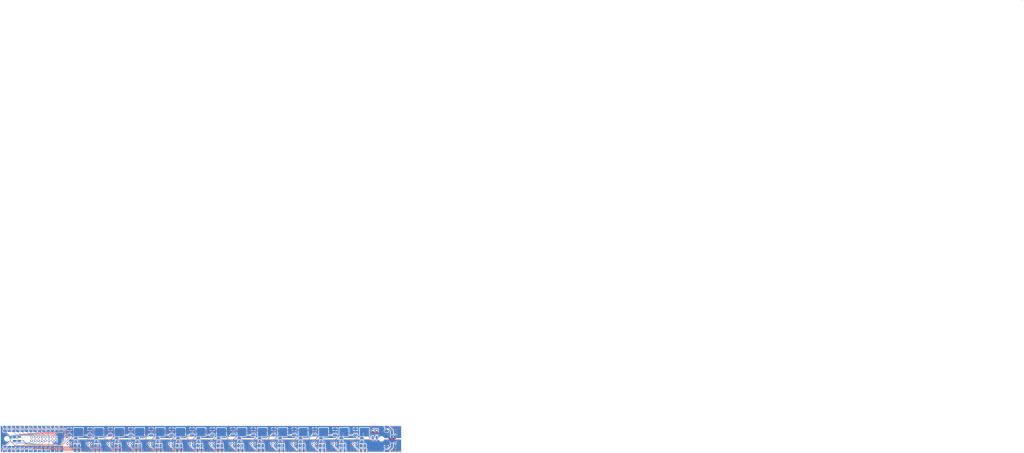
<source format=kicad_pcb>
(kicad_pcb (version 20171130) (host pcbnew "(5.1.5-0-10_14)")
  (title_block (rev 1))
  (layers (0 Front signal) (31 Back signal) (34 B.Paste user) (35 F.Paste user) (36 B.SilkS user) (37 F.SilkS user) (38 B.Mask user) (39 F.Mask user) (44 Edge.Cuts user))
  (net 0 "")
  (net 1 +5V)
  (net 2 "Net-(D17-Pad1)")
  (net 3 "Net-(D18-Pad1)")
  (net 4 "Net-(D19-Pad1)")
  (net 5 "Net-(D20-Pad1)")
  (net 6 "Net-(D21-Pad1)")
  (net 7 "Net-(D22-Pad1)")
  (net 8 "Net-(D23-Pad1)")
  (net 9 "Net-(D24-Pad1)")
  (net 10 "Net-(D10-Pad2)")
  (net 11 "Net-(D11-Pad2)")
  (net 12 "Net-(D12-Pad2)")
  (net 13 "Net-(D13-Pad2)")
  (net 14 "Net-(D14-Pad2)")
  (net 15 "Net-(D15-Pad2)")
  (net 16 "Net-(D16-Pad2)")
  (net 17 "Net-(D17-Pad2)")
  (net 18 "Net-(D18-Pad2)")
  (net 19 "Net-(D19-Pad2)")
  (net 20 "Net-(D20-Pad2)")
  (net 21 "Net-(D21-Pad2)")
  (net 22 "Net-(D22-Pad2)")
  (net 23 "Net-(D23-Pad2)")
  (net 24 "Net-(D24-Pad2)")
  (net 25 "Net-(D25-Pad2)")
  (net 26 "Net-(D26-Pad2)")
  (net 27 "Net-(D27-Pad2)")
  (net 28 "Net-(D28-Pad2)")
  (net 29 "Net-(D29-Pad2)")
  (net 30 "Net-(D30-Pad2)")
  (net 31 GND)
  (net 32 "Net-(J18-Pad1)")
  (net 33 "Net-(J18-Pad2)")
  (net 34 "Net-(J18-Pad3)")
  (net 35 "Net-(J18-Pad4)")
  (net 36 "Net-(J18-Pad5)")
  (net 37 "Net-(J18-Pad6)")
  (net 38 "Net-(J18-Pad7)")
  (net 39 "Net-(J18-Pad8)")
  (net 40 "Net-(J18-Pad9)")
  (net 41 "Net-(J18-Pad10)")
  (net 42 "Net-(J18-Pad11)")
  (net 43 "Net-(J18-Pad12)")
  (net 44 "Net-(J18-Pad13)")
  (net 45 "Net-(J18-Pad14)")
  (net 46 "Net-(J18-Pad15)")
  (net 47 "Net-(J18-Pad16)")
  (net 48 "Net-(J19-Pad1)")
  (net 49 "Net-(Q1-Pad1)")
  (net 50 "Net-(Q2-Pad1)")
  (net 51 "Net-(Q3-Pad1)")
  (net 52 "Net-(Q4-Pad1)")
  (net 53 "Net-(Q5-Pad1)")
  (net 54 "Net-(Q6-Pad1)")
  (net 55 "Net-(Q7-Pad1)")
  (net 56 "Net-(Q8-Pad1)")
  (net 57 "Net-(Q9-Pad1)")
  (net 58 "Net-(Q10-Pad1)")
  (net 59 "Net-(Q11-Pad1)")
  (net 60 "Net-(Q12-Pad1)")
  (net 61 "Net-(Q13-Pad1)")
  (net 62 "Net-(Q14-Pad1)")
  (net 63 "Net-(Q15-Pad1)")
  (net 64 "Net-(D1-Pad2)")
  (module Connector_IDC:IDC-Header_2x08_P2.54mm_Vertical (layer Back) (at 141 181.3 90)
    (fp_text reference J18 (at 0.889 4.445 90) (layer B.SilkS) (effects (justify mirror)))
    (fp_text value "Arduino Pins")
    (pad 15 thru_hole rect (at 0 0 90) (size 1.7272 1.7272) (drill 1.016) (layers *.Cu *.Mask) (net 46 "Net-(J18-Pad15)"))
    (pad 16 thru_hole oval (at 2.54 0 90) (size 1.7272 1.7272) (drill 1.016) (layers *.Cu *.Mask) (net 47 "Net-(J18-Pad16)"))
    (pad 13 thru_hole oval (at 0 -2.54 90) (size 1.7272 1.7272) (drill 1.016) (layers *.Cu *.Mask) (net 44 "Net-(J18-Pad13)"))
    (pad 14 thru_hole oval (at 2.54 -2.54 90) (size 1.7272 1.7272) (drill 1.016) (layers *.Cu *.Mask) (net 45 "Net-(J18-Pad14)"))
    (pad 11 thru_hole oval (at 0 -5.08 90) (size 1.7272 1.7272) (drill 1.016) (layers *.Cu *.Mask) (net 42 "Net-(J18-Pad11)"))
    (pad 12 thru_hole oval (at 2.54 -5.08 90) (size 1.7272 1.7272) (drill 1.016) (layers *.Cu *.Mask) (net 43 "Net-(J18-Pad12)"))
    (pad 9 thru_hole oval (at 0 -7.62 90) (size 1.7272 1.7272) (drill 1.016) (layers *.Cu *.Mask) (net 40 "Net-(J18-Pad9)"))
    (pad 10 thru_hole oval (at 2.54 -7.62 90) (size 1.7272 1.7272) (drill 1.016) (layers *.Cu *.Mask) (net 41 "Net-(J18-Pad10)"))
    (pad 7 thru_hole oval (at 0 -10.16 90) (size 1.7272 1.7272) (drill 1.016) (layers *.Cu *.Mask) (net 38 "Net-(J18-Pad7)"))
    (pad 8 thru_hole oval (at 2.54 -10.16 90) (size 1.7272 1.7272) (drill 1.016) (layers *.Cu *.Mask) (net 39 "Net-(J18-Pad8)"))
    (pad 5 thru_hole oval (at 0 -12.7 90) (size 1.7272 1.7272) (drill 1.016) (layers *.Cu *.Mask) (net 36 "Net-(J18-Pad5)"))
    (pad 6 thru_hole oval (at 2.54 -12.7 90) (size 1.7272 1.7272) (drill 1.016) (layers *.Cu *.Mask) (net 37 "Net-(J18-Pad6)"))
    (pad 3 thru_hole oval (at 0 -15.24 90) (size 1.7272 1.7272) (drill 1.016) (layers *.Cu *.Mask) (net 34 "Net-(J18-Pad3)"))
    (pad 4 thru_hole oval (at 2.54 -15.24 90) (size 1.7272 1.7272) (drill 1.016) (layers *.Cu *.Mask) (net 35 "Net-(J18-Pad4)"))
    (pad 1 thru_hole oval (at 0 -17.78 90) (size 1.7272 1.7272) (drill 1.016) (layers *.Cu *.Mask) (net 32 "Net-(J18-Pad1)"))
    (pad 2 thru_hole oval (at 2.54 -17.78 90) (size 1.7272 1.7272) (drill 1.016) (layers *.Cu *.Mask) (net 33 "Net-(J18-Pad2)"))
  )
  (module Diode_SMD:D_1210_3225Metric_Pad1.42x2.65mm_HandSolder (layer Back) (at 290.7 180.9125 90)
    (fp_text reference D10 (at 0 2.28 90) (layer B.SilkS) (effects (justify mirror)))
    (fp_text value 1N4004)
    (pad 1 smd roundrect (at -1.4875 0 90) (size 1.425 2.65) (layers Back B.Paste B.Mask) (roundrect_rratio 0.175439) (net 1 +5V))
    (pad 2 smd roundrect (at 1.4875 0 90) (size 1.425 2.65) (layers Back B.Paste B.Mask) (roundrect_rratio 0.175439) (net 10 "Net-(D10-Pad2)"))
  )
  (module Diode_SMD:D_1210_3225Metric_Pad1.42x2.65mm_HandSolder (layer Back) (at 305.65 180.9125 90)
    (fp_text reference D11 (at 0 2.28 90) (layer B.SilkS) (effects (justify mirror)))
    (fp_text value 1N4004)
    (pad 1 smd roundrect (at -1.4875 0 90) (size 1.425 2.65) (layers Back B.Paste B.Mask) (roundrect_rratio 0.175439) (net 1 +5V))
    (pad 2 smd roundrect (at 1.4875 0 90) (size 1.425 2.65) (layers Back B.Paste B.Mask) (roundrect_rratio 0.175439) (net 11 "Net-(D11-Pad2)"))
  )
  (module Diode_SMD:D_1210_3225Metric_Pad1.42x2.65mm_HandSolder (layer Back) (at 320.65 180.9125 90)
    (fp_text reference D12 (at 0 2.28 90) (layer B.SilkS) (effects (justify mirror)))
    (fp_text value 1N4004)
    (pad 2 smd roundrect (at 1.4875 0 90) (size 1.425 2.65) (layers Back B.Paste B.Mask) (roundrect_rratio 0.175439) (net 12 "Net-(D12-Pad2)"))
    (pad 1 smd roundrect (at -1.4875 0 90) (size 1.425 2.65) (layers Back B.Paste B.Mask) (roundrect_rratio 0.175439) (net 1 +5V))
  )
  (module Diode_SMD:D_1210_3225Metric_Pad1.42x2.65mm_HandSolder (layer Back) (at 275.65 180.9125 90)
    (fp_text reference D9 (at 0 2.28 90) (layer B.SilkS) (effects (justify mirror)))
    (fp_text value 1N4004)
    (pad 2 smd roundrect (at 1.4875 0 90) (size 1.425 2.65) (layers Back B.Paste B.Mask) (roundrect_rratio 0.175439) (net 9 "Net-(D24-Pad1)"))
    (pad 1 smd roundrect (at -1.4875 0 90) (size 1.425 2.65) (layers Back B.Paste B.Mask) (roundrect_rratio 0.175439) (net 1 +5V))
  )
  (module Diode_SMD:D_1210_3225Metric_Pad1.42x2.65mm_HandSolder (layer Back) (at 260.6 180.9125 90)
    (fp_text reference D8 (at 0 2.28 90) (layer B.SilkS) (effects (justify mirror)))
    (fp_text value 1N4004)
    (pad 1 smd roundrect (at -1.4875 0 90) (size 1.425 2.65) (layers Back B.Paste B.Mask) (roundrect_rratio 0.175439) (net 1 +5V))
    (pad 2 smd roundrect (at 1.4875 0 90) (size 1.425 2.65) (layers Back B.Paste B.Mask) (roundrect_rratio 0.175439) (net 8 "Net-(D23-Pad1)"))
  )
  (module Diode_SMD:D_1210_3225Metric_Pad1.42x2.65mm_HandSolder (layer Back) (at 245.65 180.9125 90)
    (fp_text reference D7 (at 0 2.28 90) (layer B.SilkS) (effects (justify mirror)))
    (fp_text value 1N4004)
    (pad 2 smd roundrect (at 1.4875 0 90) (size 1.425 2.65) (layers Back B.Paste B.Mask) (roundrect_rratio 0.175439) (net 7 "Net-(D22-Pad1)"))
    (pad 1 smd roundrect (at -1.4875 0 90) (size 1.425 2.65) (layers Back B.Paste B.Mask) (roundrect_rratio 0.175439) (net 1 +5V))
  )
  (module Diode_SMD:D_1210_3225Metric_Pad1.42x2.65mm_HandSolder (layer Back) (at 230.7 180.9125 90)
    (fp_text reference D6 (at 0 2.28 90) (layer B.SilkS) (effects (justify mirror)))
    (fp_text value 1N4004)
    (pad 1 smd roundrect (at -1.4875 0 90) (size 1.425 2.65) (layers Back B.Paste B.Mask) (roundrect_rratio 0.175439) (net 1 +5V))
    (pad 2 smd roundrect (at 1.4875 0 90) (size 1.425 2.65) (layers Back B.Paste B.Mask) (roundrect_rratio 0.175439) (net 6 "Net-(D21-Pad1)"))
  )
  (module Connector_JST:JST_PH_S2B-PH-K_1x02_P2.00mm_Horizontal (layer Back) (at 151.5 183.5 180)
    (fp_text reference J1 (at 3.79 2.66) (layer B.SilkS) (effects (justify mirror)))
    (fp_text value Conn_01x02)
    (pad 2 thru_hole oval (at 2 0 180) (size 1.2 1.75) (drill 0.75) (layers *.Cu *.Mask) (net 64 "Net-(D1-Pad2)"))
    (pad 1 thru_hole roundrect (at 0 0 180) (size 1.2 1.75) (drill 0.75) (layers *.Cu *.Mask) (roundrect_rratio 0.208333) (net 1 +5V))
  )
  (module Connector_JST:JST_PH_S2B-PH-K_1x02_P2.00mm_Horizontal (layer Back) (at 166.496428 183.5 180)
    (fp_text reference J2 (at 3.56 2.63) (layer B.SilkS) (effects (justify mirror)))
    (fp_text value Conn_01x02)
    (pad 2 thru_hole oval (at 2 0 180) (size 1.2 1.75) (drill 0.75) (layers *.Cu *.Mask) (net 2 "Net-(D17-Pad1)"))
    (pad 1 thru_hole roundrect (at 0 0 180) (size 1.2 1.75) (drill 0.75) (layers *.Cu *.Mask) (roundrect_rratio 0.208333) (net 1 +5V))
  )
  (module Connector_JST:JST_PH_S2B-PH-K_1x02_P2.00mm_Horizontal (layer Back) (at 181.492856 183.5 180)
    (fp_text reference J3 (at 1 2.55) (layer B.SilkS) (effects (justify mirror)))
    (fp_text value Conn_01x02)
    (pad 1 thru_hole roundrect (at 0 0 180) (size 1.2 1.75) (drill 0.75) (layers *.Cu *.Mask) (roundrect_rratio 0.208333) (net 1 +5V))
    (pad 2 thru_hole oval (at 2 0 180) (size 1.2 1.75) (drill 0.75) (layers *.Cu *.Mask) (net 3 "Net-(D18-Pad1)"))
  )
  (module Connector_JST:JST_PH_S2B-PH-K_1x02_P2.00mm_Horizontal (layer Back) (at 196.489284 183.5 180)
    (fp_text reference J4 (at 1 2.55) (layer B.SilkS) (effects (justify mirror)))
    (fp_text value Conn_01x02)
    (pad 2 thru_hole oval (at 2 0 180) (size 1.2 1.75) (drill 0.75) (layers *.Cu *.Mask) (net 4 "Net-(D19-Pad1)"))
    (pad 1 thru_hole roundrect (at 0 0 180) (size 1.2 1.75) (drill 0.75) (layers *.Cu *.Mask) (roundrect_rratio 0.208333) (net 1 +5V))
  )
  (module Resistor_SMD:R_1210_3225Metric_Pad1.42x2.65mm_HandSolder (layer Back) (at 321.5 185.05 180)
    (fp_text reference R43_L1 (at 0 2.28) (layer B.SilkS) (effects (justify mirror)))
    (fp_text value R)
    (pad 2 smd roundrect (at 1.4875 0 180) (size 1.425 2.65) (layers Back B.Paste B.Mask) (roundrect_rratio 0.175439) (net 1 +5V))
    (pad 1 smd roundrect (at -1.4875 0 180) (size 1.425 2.65) (layers Back B.Paste B.Mask) (roundrect_rratio 0.175439) (net 27 "Net-(D27-Pad2)"))
  )
  (module Resistor_SMD:R_1210_3225Metric_Pad1.42x2.65mm_HandSolder (layer Back) (at 306.5 185.05 180)
    (fp_text reference R42_L1 (at 0 2.28) (layer B.SilkS) (effects (justify mirror)))
    (fp_text value R)
    (pad 2 smd roundrect (at 1.4875 0 180) (size 1.425 2.65) (layers Back B.Paste B.Mask) (roundrect_rratio 0.175439) (net 1 +5V))
    (pad 1 smd roundrect (at -1.4875 0 180) (size 1.425 2.65) (layers Back B.Paste B.Mask) (roundrect_rratio 0.175439) (net 26 "Net-(D26-Pad2)"))
  )
  (module Resistor_SMD:R_1210_3225Metric_Pad1.42x2.65mm_HandSolder (layer Back) (at 291.5 185.05 180)
    (fp_text reference R41_L1 (at 0 2.28) (layer B.SilkS) (effects (justify mirror)))
    (fp_text value R)
    (pad 2 smd roundrect (at 1.4875 0 180) (size 1.425 2.65) (layers Back B.Paste B.Mask) (roundrect_rratio 0.175439) (net 1 +5V))
    (pad 1 smd roundrect (at -1.4875 0 180) (size 1.425 2.65) (layers Back B.Paste B.Mask) (roundrect_rratio 0.175439) (net 25 "Net-(D25-Pad2)"))
  )
  (module Resistor_SMD:R_1210_3225Metric_Pad1.42x2.65mm_HandSolder (layer Back) (at 246.5125 185.05 180)
    (fp_text reference R38_L1 (at 0 2.28) (layer B.SilkS) (effects (justify mirror)))
    (fp_text value R)
    (pad 2 smd roundrect (at 1.4875 0 180) (size 1.425 2.65) (layers Back B.Paste B.Mask) (roundrect_rratio 0.175439) (net 1 +5V))
    (pad 1 smd roundrect (at -1.4875 0 180) (size 1.425 2.65) (layers Back B.Paste B.Mask) (roundrect_rratio 0.175439) (net 22 "Net-(D22-Pad2)"))
  )
  (module Resistor_SMD:R_1210_3225Metric_Pad1.42x2.65mm_HandSolder (layer Back) (at 276.4625 185.05 180)
    (fp_text reference R40_L1 (at 0 2.28) (layer B.SilkS) (effects (justify mirror)))
    (fp_text value R)
    (pad 2 smd roundrect (at 1.4875 0 180) (size 1.425 2.65) (layers Back B.Paste B.Mask) (roundrect_rratio 0.175439) (net 1 +5V))
    (pad 1 smd roundrect (at -1.4875 0 180) (size 1.425 2.65) (layers Back B.Paste B.Mask) (roundrect_rratio 0.175439) (net 24 "Net-(D24-Pad2)"))
  )
  (module Resistor_SMD:R_1210_3225Metric_Pad1.42x2.65mm_HandSolder (layer Back) (at 216.5125 185.05 180)
    (fp_text reference R36_L1 (at 0 2.28) (layer B.SilkS) (effects (justify mirror)))
    (fp_text value R)
    (pad 2 smd roundrect (at 1.4875 0 180) (size 1.425 2.65) (layers Back B.Paste B.Mask) (roundrect_rratio 0.175439) (net 1 +5V))
    (pad 1 smd roundrect (at -1.4875 0 180) (size 1.425 2.65) (layers Back B.Paste B.Mask) (roundrect_rratio 0.175439) (net 20 "Net-(D20-Pad2)"))
  )
  (module Resistor_SMD:R_1210_3225Metric_Pad1.42x2.65mm_HandSolder (layer Back) (at 231.5125 185.05 180)
    (fp_text reference R37_L1 (at 0 2.28) (layer B.SilkS) (effects (justify mirror)))
    (fp_text value R)
    (pad 2 smd roundrect (at 1.4875 0 180) (size 1.425 2.65) (layers Back B.Paste B.Mask) (roundrect_rratio 0.175439) (net 1 +5V))
    (pad 1 smd roundrect (at -1.4875 0 180) (size 1.425 2.65) (layers Back B.Paste B.Mask) (roundrect_rratio 0.175439) (net 21 "Net-(D21-Pad2)"))
  )
  (module Resistor_SMD:R_1210_3225Metric_Pad1.42x2.65mm_HandSolder (layer Back) (at 201.5 185.05 180)
    (fp_text reference R35_L1 (at 0 2.28) (layer B.SilkS) (effects (justify mirror)))
    (fp_text value R)
    (pad 2 smd roundrect (at 1.4875 0 180) (size 1.425 2.65) (layers Back B.Paste B.Mask) (roundrect_rratio 0.175439) (net 1 +5V))
    (pad 1 smd roundrect (at -1.4875 0 180) (size 1.425 2.65) (layers Back B.Paste B.Mask) (roundrect_rratio 0.175439) (net 19 "Net-(D19-Pad2)"))
  )
  (module Resistor_SMD:R_1210_3225Metric_Pad1.42x2.65mm_HandSolder (layer Back) (at 186.5 185.05 180)
    (fp_text reference R34_L1 (at 0 2.28) (layer B.SilkS) (effects (justify mirror)))
    (fp_text value R)
    (pad 2 smd roundrect (at 1.4875 0 180) (size 1.425 2.65) (layers Back B.Paste B.Mask) (roundrect_rratio 0.175439) (net 1 +5V))
    (pad 1 smd roundrect (at -1.4875 0 180) (size 1.425 2.65) (layers Back B.Paste B.Mask) (roundrect_rratio 0.175439) (net 18 "Net-(D18-Pad2)"))
  )
  (module Resistor_SMD:R_1210_3225Metric_Pad1.42x2.65mm_HandSolder (layer Back) (at 171.5 185.05 180)
    (fp_text reference R33_L1 (at 0 2.28) (layer B.SilkS) (effects (justify mirror)))
    (fp_text value R)
    (pad 2 smd roundrect (at 1.4875 0 180) (size 1.425 2.65) (layers Back B.Paste B.Mask) (roundrect_rratio 0.175439) (net 1 +5V))
    (pad 1 smd roundrect (at -1.4875 0 180) (size 1.425 2.65) (layers Back B.Paste B.Mask) (roundrect_rratio 0.175439) (net 17 "Net-(D17-Pad2)"))
  )
  (module Connector_JST:JST_PH_S2B-PH-K_1x02_P2.00mm_Horizontal (layer Back) (at 226.48214 183.5 180)
    (fp_text reference J6 (at 1 2.55) (layer B.SilkS) (effects (justify mirror)))
    (fp_text value Conn_01x02)
    (pad 2 thru_hole oval (at 2 0 180) (size 1.2 1.75) (drill 0.75) (layers *.Cu *.Mask) (net 6 "Net-(D21-Pad1)"))
    (pad 1 thru_hole roundrect (at 0 0 180) (size 1.2 1.75) (drill 0.75) (layers *.Cu *.Mask) (roundrect_rratio 0.208333) (net 1 +5V))
  )
  (module Resistor_SMD:R_1210_3225Metric_Pad1.42x2.65mm_HandSolder (layer Back) (at 156.5 185.1 180)
    (fp_text reference R32_L1 (at 0 2.28) (layer B.SilkS) (effects (justify mirror)))
    (fp_text value R)
    (pad 2 smd roundrect (at 1.4875 0 180) (size 1.425 2.65) (layers Back B.Paste B.Mask) (roundrect_rratio 0.175439) (net 1 +5V))
    (pad 1 smd roundrect (at -1.4875 0 180) (size 1.425 2.65) (layers Back B.Paste B.Mask) (roundrect_rratio 0.175439) (net 16 "Net-(D16-Pad2)"))
  )
  (module Resistor_SMD:R_1210_3225Metric_Pad1.42x2.65mm_HandSolder (layer Back) (at 261.4625 185.05 180)
    (fp_text reference R39_L1 (at 0 2.28) (layer B.SilkS) (effects (justify mirror)))
    (fp_text value R)
    (pad 1 smd roundrect (at -1.4875 0 180) (size 1.425 2.65) (layers Back B.Paste B.Mask) (roundrect_rratio 0.175439) (net 23 "Net-(D23-Pad2)"))
    (pad 2 smd roundrect (at 1.4875 0 180) (size 1.425 2.65) (layers Back B.Paste B.Mask) (roundrect_rratio 0.175439) (net 1 +5V))
  )
  (module Diode_SMD:D_1210_3225Metric_Pad1.42x2.65mm_HandSolder (layer Back) (at 215.7 180.9125 90)
    (fp_text reference D5 (at 0 2.28 90) (layer B.SilkS) (effects (justify mirror)))
    (fp_text value 1N4004)
    (pad 1 smd roundrect (at -1.4875 0 90) (size 1.425 2.65) (layers Back B.Paste B.Mask) (roundrect_rratio 0.175439) (net 1 +5V))
    (pad 2 smd roundrect (at 1.4875 0 90) (size 1.425 2.65) (layers Back B.Paste B.Mask) (roundrect_rratio 0.175439) (net 5 "Net-(D20-Pad1)"))
  )
  (module Diode_SMD:D_1210_3225Metric_Pad1.42x2.65mm_HandSolder (layer Back) (at 200.7 180.9125 90)
    (fp_text reference D4 (at 0 2.28 90) (layer B.SilkS) (effects (justify mirror)))
    (fp_text value 1N4004)
    (pad 2 smd roundrect (at 1.4875 0 90) (size 1.425 2.65) (layers Back B.Paste B.Mask) (roundrect_rratio 0.175439) (net 4 "Net-(D19-Pad1)"))
    (pad 1 smd roundrect (at -1.4875 0 90) (size 1.425 2.65) (layers Back B.Paste B.Mask) (roundrect_rratio 0.175439) (net 1 +5V))
  )
  (module Diode_SMD:D_1210_3225Metric_Pad1.42x2.65mm_HandSolder (layer Back) (at 185.7 180.9125 90)
    (fp_text reference D3 (at 0 2.28 90) (layer B.SilkS) (effects (justify mirror)))
    (fp_text value 1N4004)
    (pad 1 smd roundrect (at -1.4875 0 90) (size 1.425 2.65) (layers Back B.Paste B.Mask) (roundrect_rratio 0.175439) (net 1 +5V))
    (pad 2 smd roundrect (at 1.4875 0 90) (size 1.425 2.65) (layers Back B.Paste B.Mask) (roundrect_rratio 0.175439) (net 3 "Net-(D18-Pad1)"))
  )
  (module Diode_SMD:D_1210_3225Metric_Pad1.42x2.65mm_HandSolder (layer Back) (at 170.65 180.9125 90)
    (fp_text reference D2 (at 0 2.28 90) (layer B.SilkS) (effects (justify mirror)))
    (fp_text value 1N4004)
    (pad 2 smd roundrect (at 1.4875 0 90) (size 1.425 2.65) (layers Back B.Paste B.Mask) (roundrect_rratio 0.175439) (net 2 "Net-(D17-Pad1)"))
    (pad 1 smd roundrect (at -1.4875 0 90) (size 1.425 2.65) (layers Back B.Paste B.Mask) (roundrect_rratio 0.175439) (net 1 +5V))
  )
  (module Diode_SMD:D_1210_3225Metric_Pad1.42x2.65mm_HandSolder (layer Back) (at 155.65 180.9125 90)
    (fp_text reference D1 (at 0 2.28 90) (layer B.SilkS) (effects (justify mirror)))
    (fp_text value 1N4004)
    (pad 2 smd roundrect (at 1.4875 0 90) (size 1.425 2.65) (layers Back B.Paste B.Mask) (roundrect_rratio 0.175439) (net 64 "Net-(D1-Pad2)"))
    (pad 1 smd roundrect (at -1.4875 0 90) (size 1.425 2.65) (layers Back B.Paste B.Mask) (roundrect_rratio 0.175439) (net 1 +5V))
  )
  (module Connector_JST:JST_PH_S2B-PH-K_1x02_P2.00mm_Horizontal (layer Back) (at 211.485712 183.5 180)
    (fp_text reference J5 (at 1 2.55) (layer B.SilkS) (effects (justify mirror)))
    (fp_text value Conn_01x02)
    (pad 1 thru_hole roundrect (at 0 0 180) (size 1.2 1.75) (drill 0.75) (layers *.Cu *.Mask) (roundrect_rratio 0.208333) (net 1 +5V))
    (pad 2 thru_hole oval (at 2 0 180) (size 1.2 1.75) (drill 0.75) (layers *.Cu *.Mask) (net 5 "Net-(D20-Pad1)"))
  )
  (module Connector_JST:JST_PH_S2B-PH-K_1x02_P2.00mm_Horizontal (layer Back) (at 241.478568 183.5 180)
    (fp_text reference J7 (at 1 2.55) (layer B.SilkS) (effects (justify mirror)))
    (fp_text value Conn_01x02)
    (pad 1 thru_hole roundrect (at 0 0 180) (size 1.2 1.75) (drill 0.75) (layers *.Cu *.Mask) (roundrect_rratio 0.208333) (net 1 +5V))
    (pad 2 thru_hole oval (at 2 0 180) (size 1.2 1.75) (drill 0.75) (layers *.Cu *.Mask) (net 7 "Net-(D22-Pad1)"))
  )
  (module Connector_JST:JST_PH_S2B-PH-K_1x02_P2.00mm_Horizontal (layer Back) (at 256.474996 183.5 180)
    (fp_text reference J8 (at 1 2.55) (layer B.SilkS) (effects (justify mirror)))
    (fp_text value Conn_01x02)
    (pad 2 thru_hole oval (at 2 0 180) (size 1.2 1.75) (drill 0.75) (layers *.Cu *.Mask) (net 8 "Net-(D23-Pad1)"))
    (pad 1 thru_hole roundrect (at 0 0 180) (size 1.2 1.75) (drill 0.75) (layers *.Cu *.Mask) (roundrect_rratio 0.208333) (net 1 +5V))
  )
  (module Connector_JST:JST_PH_S2B-PH-K_1x02_P2.00mm_Horizontal (layer Back) (at 271.471424 183.5 180)
    (fp_text reference J9 (at 1 2.55) (layer B.SilkS) (effects (justify mirror)))
    (fp_text value Conn_01x02)
    (pad 1 thru_hole roundrect (at 0 0 180) (size 1.2 1.75) (drill 0.75) (layers *.Cu *.Mask) (roundrect_rratio 0.208333) (net 1 +5V))
    (pad 2 thru_hole oval (at 2 0 180) (size 1.2 1.75) (drill 0.75) (layers *.Cu *.Mask) (net 9 "Net-(D24-Pad1)"))
  )
  (module Connector_JST:JST_PH_S2B-PH-K_1x02_P2.00mm_Horizontal (layer Back) (at 286.467852 183.5 180)
    (fp_text reference J10 (at 1 2.55) (layer B.SilkS) (effects (justify mirror)))
    (fp_text value Conn_01x02)
    (pad 2 thru_hole oval (at 2 0 180) (size 1.2 1.75) (drill 0.75) (layers *.Cu *.Mask) (net 10 "Net-(D10-Pad2)"))
    (pad 1 thru_hole roundrect (at 0 0 180) (size 1.2 1.75) (drill 0.75) (layers *.Cu *.Mask) (roundrect_rratio 0.208333) (net 1 +5V))
  )
  (module Connector_JST:JST_PH_S2B-PH-K_1x02_P2.00mm_Horizontal (layer Back) (at 301.46428 183.5 180)
    (fp_text reference J11 (at 1 2.55) (layer B.SilkS) (effects (justify mirror)))
    (fp_text value Conn_01x02)
    (pad 2 thru_hole oval (at 2 0 180) (size 1.2 1.75) (drill 0.75) (layers *.Cu *.Mask) (net 11 "Net-(D11-Pad2)"))
    (pad 1 thru_hole roundrect (at 0 0 180) (size 1.2 1.75) (drill 0.75) (layers *.Cu *.Mask) (roundrect_rratio 0.208333) (net 1 +5V))
  )
  (module Connector_JST:JST_PH_S2B-PH-K_1x02_P2.00mm_Horizontal (layer Back) (at 316.460708 183.5 180)
    (fp_text reference J12 (at 1 2.55) (layer B.SilkS) (effects (justify mirror)))
    (fp_text value Conn_01x02)
    (pad 1 thru_hole roundrect (at 0 0 180) (size 1.2 1.75) (drill 0.75) (layers *.Cu *.Mask) (roundrect_rratio 0.208333) (net 1 +5V))
    (pad 2 thru_hole oval (at 2 0 180) (size 1.2 1.75) (drill 0.75) (layers *.Cu *.Mask) (net 12 "Net-(D12-Pad2)"))
  )
  (module LED_SMD:LED_1210_3225Metric_Pad1.42x2.65mm_HandSolder (layer Back) (at 156.5 188.3)
    (fp_text reference D16 (at 3.22 0.09 -90) (layer B.SilkS) (effects (justify mirror)))
    (fp_text value LED)
    (pad 2 smd roundrect (at 1.4875 0) (size 1.425 2.65) (layers Back B.Paste B.Mask) (roundrect_rratio 0.175439) (net 16 "Net-(D16-Pad2)"))
    (pad 1 smd roundrect (at -1.4875 0) (size 1.425 2.65) (layers Back B.Paste B.Mask) (roundrect_rratio 0.175439) (net 64 "Net-(D1-Pad2)"))
  )
  (module LED_SMD:LED_1210_3225Metric_Pad1.42x2.65mm_HandSolder (layer Back) (at 171.5 188.3)
    (fp_text reference D17 (at 3.22 0.11 -90) (layer B.SilkS) (effects (justify mirror)))
    (fp_text value LED)
    (pad 2 smd roundrect (at 1.4875 0) (size 1.425 2.65) (layers Back B.Paste B.Mask) (roundrect_rratio 0.175439) (net 17 "Net-(D17-Pad2)"))
    (pad 1 smd roundrect (at -1.4875 0) (size 1.425 2.65) (layers Back B.Paste B.Mask) (roundrect_rratio 0.175439) (net 2 "Net-(D17-Pad1)"))
  )
  (module LED_SMD:LED_1210_3225Metric_Pad1.42x2.65mm_HandSolder (layer Back) (at 186.5 188.3)
    (fp_text reference D18 (at 3.19 0.23 -90) (layer B.SilkS) (effects (justify mirror)))
    (fp_text value LED)
    (pad 2 smd roundrect (at 1.4875 0) (size 1.425 2.65) (layers Back B.Paste B.Mask) (roundrect_rratio 0.175439) (net 18 "Net-(D18-Pad2)"))
    (pad 1 smd roundrect (at -1.4875 0) (size 1.425 2.65) (layers Back B.Paste B.Mask) (roundrect_rratio 0.175439) (net 3 "Net-(D18-Pad1)"))
  )
  (module LED_SMD:LED_1210_3225Metric_Pad1.42x2.65mm_HandSolder (layer Back) (at 201.5 188.3)
    (fp_text reference D19 (at 3.17 0.23 -90) (layer B.SilkS) (effects (justify mirror)))
    (fp_text value LED)
    (pad 1 smd roundrect (at -1.4875 0) (size 1.425 2.65) (layers Back B.Paste B.Mask) (roundrect_rratio 0.175439) (net 4 "Net-(D19-Pad1)"))
    (pad 2 smd roundrect (at 1.4875 0) (size 1.425 2.65) (layers Back B.Paste B.Mask) (roundrect_rratio 0.175439) (net 19 "Net-(D19-Pad2)"))
  )
  (module LED_SMD:LED_1210_3225Metric_Pad1.42x2.65mm_HandSolder (layer Back) (at 216.5 188.3)
    (fp_text reference D20 (at 3.18265 0.16 -90) (layer B.SilkS) (effects (justify mirror)))
    (fp_text value LED)
    (pad 2 smd roundrect (at 1.4875 0) (size 1.425 2.65) (layers Back B.Paste B.Mask) (roundrect_rratio 0.175439) (net 20 "Net-(D20-Pad2)"))
    (pad 1 smd roundrect (at -1.4875 0) (size 1.425 2.65) (layers Back B.Paste B.Mask) (roundrect_rratio 0.175439) (net 5 "Net-(D20-Pad1)"))
  )
  (module LED_SMD:LED_1210_3225Metric_Pad1.42x2.65mm_HandSolder (layer Back) (at 231.5 188.3)
    (fp_text reference D21 (at 3.12 0.06 -90) (layer B.SilkS) (effects (justify mirror)))
    (fp_text value LED)
    (pad 1 smd roundrect (at -1.4875 0) (size 1.425 2.65) (layers Back B.Paste B.Mask) (roundrect_rratio 0.175439) (net 6 "Net-(D21-Pad1)"))
    (pad 2 smd roundrect (at 1.4875 0) (size 1.425 2.65) (layers Back B.Paste B.Mask) (roundrect_rratio 0.175439) (net 21 "Net-(D21-Pad2)"))
  )
  (module LED_SMD:LED_1210_3225Metric_Pad1.42x2.65mm_HandSolder (layer Back) (at 246.5 188.3)
    (fp_text reference D22 (at 3.14 0.2 -90) (layer B.SilkS) (effects (justify mirror)))
    (fp_text value LED)
    (pad 2 smd roundrect (at 1.4875 0) (size 1.425 2.65) (layers Back B.Paste B.Mask) (roundrect_rratio 0.175439) (net 22 "Net-(D22-Pad2)"))
    (pad 1 smd roundrect (at -1.4875 0) (size 1.425 2.65) (layers Back B.Paste B.Mask) (roundrect_rratio 0.175439) (net 7 "Net-(D22-Pad1)"))
  )
  (module LED_SMD:LED_1210_3225Metric_Pad1.42x2.65mm_HandSolder (layer Back) (at 261.5 188.3)
    (fp_text reference D23 (at 3.14 0.2 -90) (layer B.SilkS) (effects (justify mirror)))
    (fp_text value LED)
    (pad 1 smd roundrect (at -1.4875 0) (size 1.425 2.65) (layers Back B.Paste B.Mask) (roundrect_rratio 0.175439) (net 8 "Net-(D23-Pad1)"))
    (pad 2 smd roundrect (at 1.4875 0) (size 1.425 2.65) (layers Back B.Paste B.Mask) (roundrect_rratio 0.175439) (net 23 "Net-(D23-Pad2)"))
  )
  (module LED_SMD:LED_1210_3225Metric_Pad1.42x2.65mm_HandSolder (layer Back) (at 276.5 188.3)
    (fp_text reference D24 (at 3.12 0.05 -90) (layer B.SilkS) (effects (justify mirror)))
    (fp_text value LED)
    (pad 2 smd roundrect (at 1.4875 0) (size 1.425 2.65) (layers Back B.Paste B.Mask) (roundrect_rratio 0.175439) (net 24 "Net-(D24-Pad2)"))
    (pad 1 smd roundrect (at -1.4875 0) (size 1.425 2.65) (layers Back B.Paste B.Mask) (roundrect_rratio 0.175439) (net 9 "Net-(D24-Pad1)"))
  )
  (module LED_SMD:LED_1210_3225Metric_Pad1.42x2.65mm_HandSolder (layer Back) (at 291.5 188.3)
    (fp_text reference D25 (at 3.19 0.16 -90) (layer B.SilkS) (effects (justify mirror)))
    (fp_text value LED)
    (pad 1 smd roundrect (at -1.4875 0) (size 1.425 2.65) (layers Back B.Paste B.Mask) (roundrect_rratio 0.175439) (net 10 "Net-(D10-Pad2)"))
    (pad 2 smd roundrect (at 1.4875 0) (size 1.425 2.65) (layers Back B.Paste B.Mask) (roundrect_rratio 0.175439) (net 25 "Net-(D25-Pad2)"))
  )
  (module LED_SMD:LED_1210_3225Metric_Pad1.42x2.65mm_HandSolder (layer Back) (at 306.5 188.3)
    (fp_text reference D26 (at 3.19 0.03 -90) (layer B.SilkS) (effects (justify mirror)))
    (fp_text value LED)
    (pad 1 smd roundrect (at -1.4875 0) (size 1.425 2.65) (layers Back B.Paste B.Mask) (roundrect_rratio 0.175439) (net 11 "Net-(D11-Pad2)"))
    (pad 2 smd roundrect (at 1.4875 0) (size 1.425 2.65) (layers Back B.Paste B.Mask) (roundrect_rratio 0.175439) (net 26 "Net-(D26-Pad2)"))
  )
  (module LED_SMD:LED_1210_3225Metric_Pad1.42x2.65mm_HandSolder (layer Back) (at 321.5 188.3)
    (fp_text reference D27 (at 3.14 0.07 -90) (layer B.SilkS) (effects (justify mirror)))
    (fp_text value LED)
    (pad 2 smd roundrect (at 1.4875 0) (size 1.425 2.65) (layers Back B.Paste B.Mask) (roundrect_rratio 0.175439) (net 27 "Net-(D27-Pad2)"))
    (pad 1 smd roundrect (at -1.4875 0) (size 1.425 2.65) (layers Back B.Paste B.Mask) (roundrect_rratio 0.175439) (net 12 "Net-(D12-Pad2)"))
  )
  (module Resistor_SMD:R_1210_3225Metric_Pad1.42x2.65mm_HandSolder (layer Back) (at 138.483848 187.41 270)
    (fp_text reference R27 (at 0 2.28 90) (layer B.SilkS) (effects (justify mirror)))
    (fp_text value R)
    (pad 1 smd roundrect (at -1.4875 0 270) (size 1.425 2.65) (layers Back B.Paste B.Mask) (roundrect_rratio 0.175439) (net 42 "Net-(J18-Pad11)"))
    (pad 2 smd roundrect (at 1.4875 0 270) (size 1.425 2.65) (layers Back B.Paste B.Mask) (roundrect_rratio 0.175439) (net 31 GND))
  )
  (module Resistor_SMD:R_1210_3225Metric_Pad1.42x2.65mm_HandSolder (layer Back) (at 132.137696 187.41 270)
    (fp_text reference R25 (at 0 2.28 90) (layer B.SilkS) (effects (justify mirror)))
    (fp_text value R)
    (pad 2 smd roundrect (at 1.4875 0 270) (size 1.425 2.65) (layers Back B.Paste B.Mask) (roundrect_rratio 0.175439) (net 31 GND))
    (pad 1 smd roundrect (at -1.4875 0 270) (size 1.425 2.65) (layers Back B.Paste B.Mask) (roundrect_rratio 0.175439) (net 40 "Net-(J18-Pad9)"))
  )
  (module Resistor_SMD:R_1210_3225Metric_Pad1.42x2.65mm_HandSolder (layer Back) (at 119.445392 187.41 270)
    (fp_text reference R21 (at 0 2.28 90) (layer B.SilkS) (effects (justify mirror)))
    (fp_text value R)
    (pad 1 smd roundrect (at -1.4875 0 270) (size 1.425 2.65) (layers Back B.Paste B.Mask) (roundrect_rratio 0.175439) (net 36 "Net-(J18-Pad5)"))
    (pad 2 smd roundrect (at 1.4875 0 270) (size 1.425 2.65) (layers Back B.Paste B.Mask) (roundrect_rratio 0.175439) (net 31 GND))
  )
  (module Resistor_SMD:R_1210_3225Metric_Pad1.42x2.65mm_HandSolder (layer Back) (at 125.791544 187.41 270)
    (fp_text reference R23 (at 0 2.28 90) (layer B.SilkS) (effects (justify mirror)))
    (fp_text value R)
    (pad 1 smd roundrect (at -1.4875 0 270) (size 1.425 2.65) (layers Back B.Paste B.Mask) (roundrect_rratio 0.175439) (net 38 "Net-(J18-Pad7)"))
    (pad 2 smd roundrect (at 1.4875 0 270) (size 1.425 2.65) (layers Back B.Paste B.Mask) (roundrect_rratio 0.175439) (net 31 GND))
  )
  (module Resistor_SMD:R_1210_3225Metric_Pad1.42x2.65mm_HandSolder (layer Back) (at 113.09924 187.41 270)
    (fp_text reference R19 (at 0 2.28 90) (layer B.SilkS) (effects (justify mirror)))
    (fp_text value R)
    (pad 2 smd roundrect (at 1.4875 0 270) (size 1.425 2.65) (layers Back B.Paste B.Mask) (roundrect_rratio 0.175439) (net 31 GND))
    (pad 1 smd roundrect (at -1.4875 0 270) (size 1.425 2.65) (layers Back B.Paste B.Mask) (roundrect_rratio 0.175439) (net 34 "Net-(J18-Pad3)"))
  )
  (module Resistor_SMD:R_1210_3225Metric_Pad1.42x2.65mm_HandSolder (layer Back) (at 141.656924 187.41 270)
    (fp_text reference R13 (at -0.04 -2.25 90) (layer B.SilkS) (effects (justify mirror)))
    (fp_text value R)
    (pad 2 smd roundrect (at 1.4875 0 270) (size 1.425 2.65) (layers Back B.Paste B.Mask) (roundrect_rratio 0.175439) (net 61 "Net-(Q13-Pad1)"))
    (pad 1 smd roundrect (at -1.4875 0 270) (size 1.425 2.65) (layers Back B.Paste B.Mask) (roundrect_rratio 0.175439) (net 44 "Net-(J18-Pad13)"))
  )
  (module Resistor_SMD:R_1210_3225Metric_Pad1.42x2.65mm_HandSolder (layer Back) (at 135.310772 187.41 270)
    (fp_text reference R11 (at 0 2.28 90) (layer B.SilkS) (effects (justify mirror)))
    (fp_text value R)
    (pad 2 smd roundrect (at 1.4875 0 270) (size 1.425 2.65) (layers Back B.Paste B.Mask) (roundrect_rratio 0.175439) (net 59 "Net-(Q11-Pad1)"))
    (pad 1 smd roundrect (at -1.4875 0 270) (size 1.425 2.65) (layers Back B.Paste B.Mask) (roundrect_rratio 0.175439) (net 42 "Net-(J18-Pad11)"))
  )
  (module Resistor_SMD:R_1210_3225Metric_Pad1.42x2.65mm_HandSolder (layer Back) (at 128.96462 187.41 270)
    (fp_text reference R9 (at 0 2.28 90) (layer B.SilkS) (effects (justify mirror)))
    (fp_text value R)
    (pad 1 smd roundrect (at -1.4875 0 270) (size 1.425 2.65) (layers Back B.Paste B.Mask) (roundrect_rratio 0.175439) (net 40 "Net-(J18-Pad9)"))
    (pad 2 smd roundrect (at 1.4875 0 270) (size 1.425 2.65) (layers Back B.Paste B.Mask) (roundrect_rratio 0.175439) (net 57 "Net-(Q9-Pad1)"))
  )
  (module Resistor_SMD:R_1210_3225Metric_Pad1.42x2.65mm_HandSolder (layer Back) (at 122.618468 187.41 270)
    (fp_text reference R7 (at 0 2.28 90) (layer B.SilkS) (effects (justify mirror)))
    (fp_text value R)
    (pad 2 smd roundrect (at 1.4875 0 270) (size 1.425 2.65) (layers Back B.Paste B.Mask) (roundrect_rratio 0.175439) (net 55 "Net-(Q7-Pad1)"))
    (pad 1 smd roundrect (at -1.4875 0 270) (size 1.425 2.65) (layers Back B.Paste B.Mask) (roundrect_rratio 0.175439) (net 38 "Net-(J18-Pad7)"))
  )
  (module Resistor_SMD:R_1210_3225Metric_Pad1.42x2.65mm_HandSolder (layer Back) (at 116.272316 187.41 270)
    (fp_text reference R5 (at 0 2.28 90) (layer B.SilkS) (effects (justify mirror)))
    (fp_text value R)
    (pad 1 smd roundrect (at -1.4875 0 270) (size 1.425 2.65) (layers Back B.Paste B.Mask) (roundrect_rratio 0.175439) (net 36 "Net-(J18-Pad5)"))
    (pad 2 smd roundrect (at 1.4875 0 270) (size 1.425 2.65) (layers Back B.Paste B.Mask) (roundrect_rratio 0.175439) (net 53 "Net-(Q5-Pad1)"))
  )
  (module Resistor_SMD:R_1210_3225Metric_Pad1.42x2.65mm_HandSolder (layer Back) (at 116.192304 172.69 90)
    (fp_text reference R6 (at 0 2.28 90) (layer B.SilkS) (effects (justify mirror)))
    (fp_text value R)
    (pad 2 smd roundrect (at 1.4875 0 90) (size 1.425 2.65) (layers Back B.Paste B.Mask) (roundrect_rratio 0.175439) (net 54 "Net-(Q6-Pad1)"))
    (pad 1 smd roundrect (at -1.4875 0 90) (size 1.425 2.65) (layers Back B.Paste B.Mask) (roundrect_rratio 0.175439) (net 37 "Net-(J18-Pad6)"))
  )
  (module Resistor_SMD:R_1210_3225Metric_Pad1.42x2.65mm_HandSolder (layer Back) (at 109.926164 187.41 270)
    (fp_text reference R3 (at 0 2.28 90) (layer B.SilkS) (effects (justify mirror)))
    (fp_text value R)
    (pad 2 smd roundrect (at 1.4875 0 270) (size 1.425 2.65) (layers Back B.Paste B.Mask) (roundrect_rratio 0.175439) (net 51 "Net-(Q3-Pad1)"))
    (pad 1 smd roundrect (at -1.4875 0 270) (size 1.425 2.65) (layers Back B.Paste B.Mask) (roundrect_rratio 0.175439) (net 34 "Net-(J18-Pad3)"))
  )
  (module "Package_TO_SOT_SMD:TO252 (DPAK)" (layer Back) (at 172.52 175.05 90)
    (fp_text reference Q2 (at -0.08 -6.61) (layer B.SilkS) (effects (justify mirror)))
    (fp_text value AOD508)
    (pad 2 smd rect (at 0 0 90) (size 6.25 6.8) (layers Back B.Paste B.Mask) (net 2 "Net-(D17-Pad1)"))
    (pad 3 smd rect (at 2.286 -6.6) (size 3 1.5) (layers Back B.Paste B.Mask) (net 31 GND))
    (pad 1 smd rect (at -2.286 -6.6) (size 3 1.5) (layers Back B.Paste B.Mask) (net 50 "Net-(Q2-Pad1)"))
  )
  (module "Package_TO_SOT_SMD:TO252 (DPAK)" (layer Back) (at 187.52 175.05 90)
    (fp_text reference Q3 (at -0.17 -6.68 180) (layer B.SilkS) (effects (justify mirror)))
    (fp_text value AOD508)
    (pad 2 smd rect (at 0 0 90) (size 6.25 6.8) (layers Back B.Paste B.Mask) (net 3 "Net-(D18-Pad1)"))
    (pad 3 smd rect (at 2.286 -6.6) (size 3 1.5) (layers Back B.Paste B.Mask) (net 31 GND))
    (pad 1 smd rect (at -2.286 -6.6) (size 3 1.5) (layers Back B.Paste B.Mask) (net 51 "Net-(Q3-Pad1)"))
  )
  (module Connector_JST:JST_PH_S2B-PH-K_1x02_P2.00mm_Horizontal (layer Back) (at 331.457136 183.5 180)
    (fp_text reference J13 (at 1 2.55) (layer B.SilkS) (effects (justify mirror)))
    (fp_text value Conn_01x02)
    (pad 2 thru_hole oval (at 2 0 180) (size 1.2 1.75) (drill 0.75) (layers *.Cu *.Mask) (net 13 "Net-(D13-Pad2)"))
    (pad 1 thru_hole roundrect (at 0 0 180) (size 1.2 1.75) (drill 0.75) (layers *.Cu *.Mask) (roundrect_rratio 0.208333) (net 1 +5V))
  )
  (module Connector_JST:JST_PH_S2B-PH-K_1x02_P2.00mm_Horizontal (layer Back) (at 346.453564 183.5 180)
    (fp_text reference J14 (at 3.203564 2.61) (layer B.SilkS) (effects (justify mirror)))
    (fp_text value Conn_01x02)
    (pad 1 thru_hole roundrect (at 0 0 180) (size 1.2 1.75) (drill 0.75) (layers *.Cu *.Mask) (roundrect_rratio 0.208333) (net 1 +5V))
    (pad 2 thru_hole oval (at 2 0 180) (size 1.2 1.75) (drill 0.75) (layers *.Cu *.Mask) (net 14 "Net-(D14-Pad2)"))
  )
  (module Connector_JST:JST_PH_S2B-PH-K_1x02_P2.00mm_Horizontal (layer Back) (at 361.45 183.5 180)
    (fp_text reference J15 (at 3.14 2.53) (layer B.SilkS) (effects (justify mirror)))
    (fp_text value Conn_01x02)
    (pad 2 thru_hole oval (at 2 0 180) (size 1.2 1.75) (drill 0.75) (layers *.Cu *.Mask) (net 15 "Net-(D15-Pad2)"))
    (pad 1 thru_hole roundrect (at 0 0 180) (size 1.2 1.75) (drill 0.75) (layers *.Cu *.Mask) (roundrect_rratio 0.208333) (net 1 +5V))
  )
  (module Connector_JST:JST_PH_S2B-PH-K_1x02_P2.00mm_Horizontal (layer Back) (at 389.73 183.03 180)
    (fp_text reference J16 (at -3.96 -6.08) (layer B.SilkS) (effects (justify mirror)))
    (fp_text value "Power Daisy Chain_input")
    (pad 2 thru_hole oval (at 2 0 180) (size 1.2 1.75) (drill 0.75) (layers *.Cu *.Mask) (net 31 GND))
    (pad 1 thru_hole roundrect (at 0 0 180) (size 1.2 1.75) (drill 0.75) (layers *.Cu *.Mask) (roundrect_rratio 0.208333) (net 1 +5V))
  )
  (module Connector_JST:JST_PH_S2B-PH-K_1x02_P2.00mm_Horizontal (layer Back) (at 387.73 177.03)
    (fp_text reference J17 (at 6.12 -5.86) (layer B.SilkS) (effects (justify mirror)))
    (fp_text value "Power Daisy Chain_Output")
    (pad 2 thru_hole oval (at 2 0) (size 1.2 1.75) (drill 0.75) (layers *.Cu *.Mask) (net 31 GND))
    (pad 1 thru_hole roundrect (at 0 0) (size 1.2 1.75) (drill 0.75) (layers *.Cu *.Mask) (roundrect_rratio 0.208333) (net 1 +5V))
  )
  (module TerminalBlock_TE-Connectivity:TerminalBlock_TE_282834-2_1x02_P2.54mm_Horizontal (layer Back) (at 376.46 173.82 180)
    (fp_text reference J19 (at 1.27 4.37) (layer B.SilkS) (effects (justify mirror)))
    (fp_text value Screw_Terminal_01x02)
    (pad 2 thru_hole circle (at 2.54 0 180) (size 2.1 2.1) (drill 1.1) (layers *.Cu *.Mask) (net 31 GND))
    (pad 1 thru_hole rect (at 0 0 180) (size 2.1 2.1) (drill 1.1) (layers *.Cu *.Mask) (net 48 "Net-(J19-Pad1)"))
  )
  (module "Package_TO_SOT_SMD:TO252 (DPAK)" (layer Back) (at 157.52 175.05 90)
    (fp_text reference Q1 (at 0.01 -6.63) (layer B.SilkS) (effects (justify mirror)))
    (fp_text value AOD508)
    (pad 1 smd rect (at -2.286 -6.6) (size 3 1.5) (layers Back B.Paste B.Mask) (net 49 "Net-(Q1-Pad1)"))
    (pad 3 smd rect (at 2.286 -6.6) (size 3 1.5) (layers Back B.Paste B.Mask) (net 31 GND))
    (pad 2 smd rect (at 0 0 90) (size 6.25 6.8) (layers Back B.Paste B.Mask) (net 64 "Net-(D1-Pad2)"))
  )
  (module "Package_TO_SOT_SMD:TO252 (DPAK)" (layer Back) (at 202.52 175.05 90)
    (fp_text reference Q4 (at 0.06 -6.61 180) (layer B.SilkS) (effects (justify mirror)))
    (fp_text value AOD508)
    (pad 2 smd rect (at 0 0 90) (size 6.25 6.8) (layers Back B.Paste B.Mask) (net 4 "Net-(D19-Pad1)"))
    (pad 3 smd rect (at 2.286 -6.6) (size 3 1.5) (layers Back B.Paste B.Mask) (net 31 GND))
    (pad 1 smd rect (at -2.286 -6.6) (size 3 1.5) (layers Back B.Paste B.Mask) (net 52 "Net-(Q4-Pad1)"))
  )
  (module "Package_TO_SOT_SMD:TO252 (DPAK)" (layer Back) (at 217.52 175.05 90)
    (fp_text reference Q5 (at 0.06 -6.46 180) (layer B.SilkS) (effects (justify mirror)))
    (fp_text value AOD508)
    (pad 2 smd rect (at 0 0 90) (size 6.25 6.8) (layers Back B.Paste B.Mask) (net 5 "Net-(D20-Pad1)"))
    (pad 3 smd rect (at 2.286 -6.6) (size 3 1.5) (layers Back B.Paste B.Mask) (net 31 GND))
    (pad 1 smd rect (at -2.286 -6.6) (size 3 1.5) (layers Back B.Paste B.Mask) (net 53 "Net-(Q5-Pad1)"))
  )
  (module "Package_TO_SOT_SMD:TO252 (DPAK)" (layer Back) (at 232.52 175.05 90)
    (fp_text reference Q6 (at 0 -6.63 180) (layer B.SilkS) (effects (justify mirror)))
    (fp_text value AOD508)
    (pad 2 smd rect (at 0 0 90) (size 6.25 6.8) (layers Back B.Paste B.Mask) (net 6 "Net-(D21-Pad1)"))
    (pad 3 smd rect (at 2.286 -6.6) (size 3 1.5) (layers Back B.Paste B.Mask) (net 31 GND))
    (pad 1 smd rect (at -2.286 -6.6) (size 3 1.5) (layers Back B.Paste B.Mask) (net 54 "Net-(Q6-Pad1)"))
  )
  (module "Package_TO_SOT_SMD:TO252 (DPAK)" (layer Back) (at 247.52 175.05 90)
    (fp_text reference Q7 (at 0.06 -6.41 180) (layer B.SilkS) (effects (justify mirror)))
    (fp_text value AOD508)
    (pad 1 smd rect (at -2.286 -6.6) (size 3 1.5) (layers Back B.Paste B.Mask) (net 55 "Net-(Q7-Pad1)"))
    (pad 3 smd rect (at 2.286 -6.6) (size 3 1.5) (layers Back B.Paste B.Mask) (net 31 GND))
    (pad 2 smd rect (at 0 0 90) (size 6.25 6.8) (layers Back B.Paste B.Mask) (net 7 "Net-(D22-Pad1)"))
  )
  (module "Package_TO_SOT_SMD:TO252 (DPAK)" (layer Back) (at 262.52 175.05 90)
    (fp_text reference Q8 (at -0.07 -6.61 180) (layer B.SilkS) (effects (justify mirror)))
    (fp_text value AOD508)
    (pad 2 smd rect (at 0 0 90) (size 6.25 6.8) (layers Back B.Paste B.Mask) (net 8 "Net-(D23-Pad1)"))
    (pad 3 smd rect (at 2.286 -6.6) (size 3 1.5) (layers Back B.Paste B.Mask) (net 31 GND))
    (pad 1 smd rect (at -2.286 -6.6) (size 3 1.5) (layers Back B.Paste B.Mask) (net 56 "Net-(Q8-Pad1)"))
  )
  (module "Package_TO_SOT_SMD:TO252 (DPAK)" (layer Back) (at 277.52 175.05 90)
    (fp_text reference Q9 (at -0.03 -6.22 180) (layer B.SilkS) (effects (justify mirror)))
    (fp_text value AOD508)
    (pad 1 smd rect (at -2.286 -6.6) (size 3 1.5) (layers Back B.Paste B.Mask) (net 57 "Net-(Q9-Pad1)"))
    (pad 3 smd rect (at 2.286 -6.6) (size 3 1.5) (layers Back B.Paste B.Mask) (net 31 GND))
    (pad 2 smd rect (at 0 0 90) (size 6.25 6.8) (layers Back B.Paste B.Mask) (net 9 "Net-(D24-Pad1)"))
  )
  (module "Package_TO_SOT_SMD:TO252 (DPAK)" (layer Back) (at 292.52 175.05 90)
    (fp_text reference Q10 (at -0.07 -6.45 180) (layer B.SilkS) (effects (justify mirror)))
    (fp_text value AOD508)
    (pad 2 smd rect (at 0 0 90) (size 6.25 6.8) (layers Back B.Paste B.Mask) (net 10 "Net-(D10-Pad2)"))
    (pad 3 smd rect (at 2.286 -6.6) (size 3 1.5) (layers Back B.Paste B.Mask) (net 31 GND))
    (pad 1 smd rect (at -2.286 -6.6) (size 3 1.5) (layers Back B.Paste B.Mask) (net 58 "Net-(Q10-Pad1)"))
  )
  (module "Package_TO_SOT_SMD:TO252 (DPAK)" (layer Back) (at 307.52 175.05 90)
    (fp_text reference Q11 (at -0.07 -6.47 180) (layer B.SilkS) (effects (justify mirror)))
    (fp_text value AOD508)
    (pad 1 smd rect (at -2.286 -6.6) (size 3 1.5) (layers Back B.Paste B.Mask) (net 59 "Net-(Q11-Pad1)"))
    (pad 3 smd rect (at 2.286 -6.6) (size 3 1.5) (layers Back B.Paste B.Mask) (net 31 GND))
    (pad 2 smd rect (at 0 0 90) (size 6.25 6.8) (layers Back B.Paste B.Mask) (net 11 "Net-(D11-Pad2)"))
  )
  (module "Package_TO_SOT_SMD:TO252 (DPAK)" (layer Back) (at 322.52 175.05 90)
    (fp_text reference Q12 (at -0.21 -6.33 180) (layer B.SilkS) (effects (justify mirror)))
    (fp_text value AOD508)
    (pad 2 smd rect (at 0 0 90) (size 6.25 6.8) (layers Back B.Paste B.Mask) (net 12 "Net-(D12-Pad2)"))
    (pad 3 smd rect (at 2.286 -6.6) (size 3 1.5) (layers Back B.Paste B.Mask) (net 31 GND))
    (pad 1 smd rect (at -2.286 -6.6) (size 3 1.5) (layers Back B.Paste B.Mask) (net 60 "Net-(Q12-Pad1)"))
  )
  (module "Package_TO_SOT_SMD:TO252 (DPAK)" (layer Back) (at 337.52 175.05 90)
    (fp_text reference Q13 (at -0.1 -6.64 180) (layer B.SilkS) (effects (justify mirror)))
    (fp_text value AOD508)
    (pad 1 smd rect (at -2.286 -6.6) (size 3 1.5) (layers Back B.Paste B.Mask) (net 61 "Net-(Q13-Pad1)"))
    (pad 3 smd rect (at 2.286 -6.6) (size 3 1.5) (layers Back B.Paste B.Mask) (net 31 GND))
    (pad 2 smd rect (at 0 0 90) (size 6.25 6.8) (layers Back B.Paste B.Mask) (net 13 "Net-(D13-Pad2)"))
  )
  (module "Package_TO_SOT_SMD:TO252 (DPAK)" (layer Back) (at 352.52 175.05 90)
    (fp_text reference Q14 (at -0.25 -6.58 180) (layer B.SilkS) (effects (justify mirror)))
    (fp_text value AOD508)
    (pad 2 smd rect (at 0 0 90) (size 6.25 6.8) (layers Back B.Paste B.Mask) (net 14 "Net-(D14-Pad2)"))
    (pad 3 smd rect (at 2.286 -6.6) (size 3 1.5) (layers Back B.Paste B.Mask) (net 31 GND))
    (pad 1 smd rect (at -2.286 -6.6) (size 3 1.5) (layers Back B.Paste B.Mask) (net 62 "Net-(Q14-Pad1)"))
  )
  (module "Package_TO_SOT_SMD:TO252 (DPAK)" (layer Back) (at 367.52 175.05 90)
    (fp_text reference Q15 (at -0.29 -6.55) (layer B.SilkS) (effects (justify mirror)))
    (fp_text value AOD508)
    (pad 2 smd rect (at 0 0 90) (size 6.25 6.8) (layers Back B.Paste B.Mask) (net 15 "Net-(D15-Pad2)"))
    (pad 3 smd rect (at 2.286 -6.6) (size 3 1.5) (layers Back B.Paste B.Mask) (net 31 GND))
    (pad 1 smd rect (at -2.286 -6.6) (size 3 1.5) (layers Back B.Paste B.Mask) (net 63 "Net-(Q15-Pad1)"))
  )
  (module Diode_SMD:D_1210_3225Metric_Pad1.42x2.65mm_HandSolder (layer Back) (at 335.65 180.9125 90)
    (fp_text reference D13 (at 0 2.28 90) (layer B.SilkS) (effects (justify mirror)))
    (fp_text value 1N4004)
    (pad 2 smd roundrect (at 1.4875 0 90) (size 1.425 2.65) (layers Back B.Paste B.Mask) (roundrect_rratio 0.175439) (net 13 "Net-(D13-Pad2)"))
    (pad 1 smd roundrect (at -1.4875 0 90) (size 1.425 2.65) (layers Back B.Paste B.Mask) (roundrect_rratio 0.175439) (net 1 +5V))
  )
  (module Diode_SMD:D_1210_3225Metric_Pad1.42x2.65mm_HandSolder (layer Back) (at 350.65 180.9125 90)
    (fp_text reference D14 (at 4 1.15 90) (layer B.SilkS) (effects (justify mirror)))
    (fp_text value 1N4004)
    (pad 1 smd roundrect (at -1.4875 0 90) (size 1.425 2.65) (layers Back B.Paste B.Mask) (roundrect_rratio 0.175439) (net 1 +5V))
    (pad 2 smd roundrect (at 1.4875 0 90) (size 1.425 2.65) (layers Back B.Paste B.Mask) (roundrect_rratio 0.175439) (net 14 "Net-(D14-Pad2)"))
  )
  (module Diode_SMD:D_1210_3225Metric_Pad1.42x2.65mm_HandSolder (layer Back) (at 365.65 180.9125 90)
    (fp_text reference D15 (at 4.01 1.08 90) (layer B.SilkS) (effects (justify mirror)))
    (fp_text value 1N4004)
    (pad 1 smd roundrect (at -1.4875 0 90) (size 1.425 2.65) (layers Back B.Paste B.Mask) (roundrect_rratio 0.175439) (net 1 +5V))
    (pad 2 smd roundrect (at 1.4875 0 90) (size 1.425 2.65) (layers Back B.Paste B.Mask) (roundrect_rratio 0.175439) (net 15 "Net-(D15-Pad2)"))
  )
  (module LED_SMD:LED_1210_3225Metric_Pad1.42x2.65mm_HandSolder (layer Back) (at 336.5 188.3)
    (fp_text reference D28 (at 3.12 0.17 -90) (layer B.SilkS) (effects (justify mirror)))
    (fp_text value LED)
    (pad 1 smd roundrect (at -1.4875 0) (size 1.425 2.65) (layers Back B.Paste B.Mask) (roundrect_rratio 0.175439) (net 13 "Net-(D13-Pad2)"))
    (pad 2 smd roundrect (at 1.4875 0) (size 1.425 2.65) (layers Back B.Paste B.Mask) (roundrect_rratio 0.175439) (net 28 "Net-(D28-Pad2)"))
  )
  (module LED_SMD:LED_1210_3225Metric_Pad1.42x2.65mm_HandSolder (layer Back) (at 351.5 188.3)
    (fp_text reference D29 (at 3.12 0.15 -90) (layer B.SilkS) (effects (justify mirror)))
    (fp_text value LED)
    (pad 2 smd roundrect (at 1.4875 0) (size 1.425 2.65) (layers Back B.Paste B.Mask) (roundrect_rratio 0.175439) (net 29 "Net-(D29-Pad2)"))
    (pad 1 smd roundrect (at -1.4875 0) (size 1.425 2.65) (layers Back B.Paste B.Mask) (roundrect_rratio 0.175439) (net 14 "Net-(D14-Pad2)"))
  )
  (module LED_SMD:LED_1210_3225Metric_Pad1.42x2.65mm_HandSolder (layer Back) (at 366.5 188.3)
    (fp_text reference D30 (at 3.17 0.13 -90) (layer B.SilkS) (effects (justify mirror)))
    (fp_text value LED)
    (pad 2 smd roundrect (at 1.4875 0) (size 1.425 2.65) (layers Back B.Paste B.Mask) (roundrect_rratio 0.175439) (net 30 "Net-(D30-Pad2)"))
    (pad 1 smd roundrect (at -1.4875 0) (size 1.425 2.65) (layers Back B.Paste B.Mask) (roundrect_rratio 0.175439) (net 15 "Net-(D15-Pad2)"))
  )
  (module Resistor_SMD:R_1210_3225Metric_Pad1.42x2.65mm_HandSolder (layer Back) (at 103.580012 187.41 270)
    (fp_text reference R1 (at 0 2.28 90) (layer B.SilkS) (effects (justify mirror)))
    (fp_text value R)
    (pad 1 smd roundrect (at -1.4875 0 270) (size 1.425 2.65) (layers Back B.Paste B.Mask) (roundrect_rratio 0.175439) (net 32 "Net-(J18-Pad1)"))
    (pad 2 smd roundrect (at 1.4875 0 270) (size 1.425 2.65) (layers Back B.Paste B.Mask) (roundrect_rratio 0.175439) (net 49 "Net-(Q1-Pad1)"))
  )
  (module Resistor_SMD:R_1210_3225Metric_Pad1.42x2.65mm_HandSolder (layer Back) (at 103.5 172.69 90)
    (fp_text reference R2 (at 0 2.28 90) (layer B.SilkS) (effects (justify mirror)))
    (fp_text value R)
    (pad 2 smd roundrect (at 1.4875 0 90) (size 1.425 2.65) (layers Back B.Paste B.Mask) (roundrect_rratio 0.175439) (net 50 "Net-(Q2-Pad1)"))
    (pad 1 smd roundrect (at -1.4875 0 90) (size 1.425 2.65) (layers Back B.Paste B.Mask) (roundrect_rratio 0.175439) (net 33 "Net-(J18-Pad2)"))
  )
  (module Resistor_SMD:R_1210_3225Metric_Pad1.42x2.65mm_HandSolder (layer Back) (at 109.846152 172.69 90)
    (fp_text reference R4 (at 0 2.28 90) (layer B.SilkS) (effects (justify mirror)))
    (fp_text value R)
    (pad 2 smd roundrect (at 1.4875 0 90) (size 1.425 2.65) (layers Back B.Paste B.Mask) (roundrect_rratio 0.175439) (net 52 "Net-(Q4-Pad1)"))
    (pad 1 smd roundrect (at -1.4875 0 90) (size 1.425 2.65) (layers Back B.Paste B.Mask) (roundrect_rratio 0.175439) (net 35 "Net-(J18-Pad4)"))
  )
  (module Resistor_SMD:R_1210_3225Metric_Pad1.42x2.65mm_HandSolder (layer Back) (at 122.538456 172.69 90)
    (fp_text reference R8 (at 0 2.28 90) (layer B.SilkS) (effects (justify mirror)))
    (fp_text value R)
    (pad 2 smd roundrect (at 1.4875 0 90) (size 1.425 2.65) (layers Back B.Paste B.Mask) (roundrect_rratio 0.175439) (net 56 "Net-(Q8-Pad1)"))
    (pad 1 smd roundrect (at -1.4875 0 90) (size 1.425 2.65) (layers Back B.Paste B.Mask) (roundrect_rratio 0.175439) (net 39 "Net-(J18-Pad8)"))
  )
  (module Resistor_SMD:R_1210_3225Metric_Pad1.42x2.65mm_HandSolder (layer Back) (at 128.884608 172.69 90)
    (fp_text reference R10 (at 0 2.28 90) (layer B.SilkS) (effects (justify mirror)))
    (fp_text value R)
    (pad 2 smd roundrect (at 1.4875 0 90) (size 1.425 2.65) (layers Back B.Paste B.Mask) (roundrect_rratio 0.175439) (net 58 "Net-(Q10-Pad1)"))
    (pad 1 smd roundrect (at -1.4875 0 90) (size 1.425 2.65) (layers Back B.Paste B.Mask) (roundrect_rratio 0.175439) (net 41 "Net-(J18-Pad10)"))
  )
  (module Resistor_SMD:R_1210_3225Metric_Pad1.42x2.65mm_HandSolder (layer Back) (at 135.23076 172.69 90)
    (fp_text reference R12 (at 0 2.28 90) (layer B.SilkS) (effects (justify mirror)))
    (fp_text value R)
    (pad 2 smd roundrect (at 1.4875 0 90) (size 1.425 2.65) (layers Back B.Paste B.Mask) (roundrect_rratio 0.175439) (net 60 "Net-(Q12-Pad1)"))
    (pad 1 smd roundrect (at -1.4875 0 90) (size 1.425 2.65) (layers Back B.Paste B.Mask) (roundrect_rratio 0.175439) (net 43 "Net-(J18-Pad12)"))
  )
  (module Resistor_SMD:R_1210_3225Metric_Pad1.42x2.65mm_HandSolder (layer Back) (at 141.576912 172.69 90)
    (fp_text reference R14 (at 0 2.28 90) (layer B.SilkS) (effects (justify mirror)))
    (fp_text value R)
    (pad 2 smd roundrect (at 1.4875 0 90) (size 1.425 2.65) (layers Back B.Paste B.Mask) (roundrect_rratio 0.175439) (net 62 "Net-(Q14-Pad1)"))
    (pad 1 smd roundrect (at -1.4875 0 90) (size 1.425 2.65) (layers Back B.Paste B.Mask) (roundrect_rratio 0.175439) (net 45 "Net-(J18-Pad14)"))
  )
  (module Resistor_SMD:R_1210_3225Metric_Pad1.42x2.65mm_HandSolder (layer Back) (at 114 180 90)
    (fp_text reference R15 (at 0 2.28 90) (layer B.SilkS) (effects (justify mirror)))
    (fp_text value R)
    (pad 1 smd roundrect (at -1.4875 0 90) (size 1.425 2.65) (layers Back B.Paste B.Mask) (roundrect_rratio 0.175439) (net 46 "Net-(J18-Pad15)"))
    (pad 2 smd roundrect (at 1.4875 0 90) (size 1.425 2.65) (layers Back B.Paste B.Mask) (roundrect_rratio 0.175439) (net 63 "Net-(Q15-Pad1)"))
  )
  (module Resistor_SMD:R_1210_3225Metric_Pad1.42x2.65mm_HandSolder (layer Back) (at 375.09 179.25)
    (fp_text reference R16 (at 0 2.28) (layer B.SilkS) (effects (justify mirror)))
    (fp_text value R)
    (pad 1 smd roundrect (at -1.4875 0) (size 1.425 2.65) (layers Back B.Paste B.Mask) (roundrect_rratio 0.175439) (net 47 "Net-(J18-Pad16)"))
    (pad 2 smd roundrect (at 1.4875 0) (size 1.425 2.65) (layers Back B.Paste B.Mask) (roundrect_rratio 0.175439) (net 48 "Net-(J19-Pad1)"))
  )
  (module Resistor_SMD:R_1210_3225Metric_Pad1.42x2.65mm_HandSolder (layer Back) (at 106.753088 187.41 270)
    (fp_text reference R17 (at 0 2.28 90) (layer B.SilkS) (effects (justify mirror)))
    (fp_text value R)
    (pad 1 smd roundrect (at -1.4875 0 270) (size 1.425 2.65) (layers Back B.Paste B.Mask) (roundrect_rratio 0.175439) (net 32 "Net-(J18-Pad1)"))
    (pad 2 smd roundrect (at 1.4875 0 270) (size 1.425 2.65) (layers Back B.Paste B.Mask) (roundrect_rratio 0.175439) (net 31 GND))
  )
  (module Resistor_SMD:R_1210_3225Metric_Pad1.42x2.65mm_HandSolder (layer Back) (at 106.673076 172.69 90)
    (fp_text reference R18 (at 0 2.28 90) (layer B.SilkS) (effects (justify mirror)))
    (fp_text value R)
    (pad 2 smd roundrect (at 1.4875 0 90) (size 1.425 2.65) (layers Back B.Paste B.Mask) (roundrect_rratio 0.175439) (net 31 GND))
    (pad 1 smd roundrect (at -1.4875 0 90) (size 1.425 2.65) (layers Back B.Paste B.Mask) (roundrect_rratio 0.175439) (net 33 "Net-(J18-Pad2)"))
  )
  (module Resistor_SMD:R_1210_3225Metric_Pad1.42x2.65mm_HandSolder (layer Back) (at 113.019228 172.69 90)
    (fp_text reference R20 (at 0 2.28 90) (layer B.SilkS) (effects (justify mirror)))
    (fp_text value R)
    (pad 2 smd roundrect (at 1.4875 0 90) (size 1.425 2.65) (layers Back B.Paste B.Mask) (roundrect_rratio 0.175439) (net 31 GND))
    (pad 1 smd roundrect (at -1.4875 0 90) (size 1.425 2.65) (layers Back B.Paste B.Mask) (roundrect_rratio 0.175439) (net 35 "Net-(J18-Pad4)"))
  )
  (module Resistor_SMD:R_1210_3225Metric_Pad1.42x2.65mm_HandSolder (layer Back) (at 119.36538 172.69 90)
    (fp_text reference R22 (at 0 2.28 90) (layer B.SilkS) (effects (justify mirror)))
    (fp_text value R)
    (pad 1 smd roundrect (at -1.4875 0 90) (size 1.425 2.65) (layers Back B.Paste B.Mask) (roundrect_rratio 0.175439) (net 37 "Net-(J18-Pad6)"))
    (pad 2 smd roundrect (at 1.4875 0 90) (size 1.425 2.65) (layers Back B.Paste B.Mask) (roundrect_rratio 0.175439) (net 31 GND))
  )
  (module Resistor_SMD:R_1210_3225Metric_Pad1.42x2.65mm_HandSolder (layer Back) (at 125.711532 172.69 90)
    (fp_text reference R24 (at 0 2.28 90) (layer B.SilkS) (effects (justify mirror)))
    (fp_text value R)
    (pad 2 smd roundrect (at 1.4875 0 90) (size 1.425 2.65) (layers Back B.Paste B.Mask) (roundrect_rratio 0.175439) (net 31 GND))
    (pad 1 smd roundrect (at -1.4875 0 90) (size 1.425 2.65) (layers Back B.Paste B.Mask) (roundrect_rratio 0.175439) (net 39 "Net-(J18-Pad8)"))
  )
  (module Resistor_SMD:R_1210_3225Metric_Pad1.42x2.65mm_HandSolder (layer Back) (at 132.057684 172.69 90)
    (fp_text reference R26 (at 0 2.28 90) (layer B.SilkS) (effects (justify mirror)))
    (fp_text value R)
    (pad 2 smd roundrect (at 1.4875 0 90) (size 1.425 2.65) (layers Back B.Paste B.Mask) (roundrect_rratio 0.175439) (net 31 GND))
    (pad 1 smd roundrect (at -1.4875 0 90) (size 1.425 2.65) (layers Back B.Paste B.Mask) (roundrect_rratio 0.175439) (net 41 "Net-(J18-Pad10)"))
  )
  (module Resistor_SMD:R_1210_3225Metric_Pad1.42x2.65mm_HandSolder (layer Back) (at 138.403836 172.69 90)
    (fp_text reference R28 (at 0 2.28 90) (layer B.SilkS) (effects (justify mirror)))
    (fp_text value R)
    (pad 2 smd roundrect (at 1.4875 0 90) (size 1.425 2.65) (layers Back B.Paste B.Mask) (roundrect_rratio 0.175439) (net 31 GND))
    (pad 1 smd roundrect (at -1.4875 0 90) (size 1.425 2.65) (layers Back B.Paste B.Mask) (roundrect_rratio 0.175439) (net 43 "Net-(J18-Pad12)"))
  )
  (module Resistor_SMD:R_1210_3225Metric_Pad1.42x2.65mm_HandSolder (layer Back) (at 144.83 187.41 270)
    (fp_text reference R29 (at 0.02 3.19 90) (layer B.SilkS) (effects (justify mirror)))
    (fp_text value R)
    (pad 2 smd roundrect (at 1.4875 0 270) (size 1.425 2.65) (layers Back B.Paste B.Mask) (roundrect_rratio 0.175439) (net 31 GND))
    (pad 1 smd roundrect (at -1.4875 0 270) (size 1.425 2.65) (layers Back B.Paste B.Mask) (roundrect_rratio 0.175439) (net 44 "Net-(J18-Pad13)"))
  )
  (module Resistor_SMD:R_1210_3225Metric_Pad1.42x2.65mm_HandSolder (layer Back) (at 144.749988 172.69 90)
    (fp_text reference R30 (at 0 2.28 90) (layer B.SilkS) (effects (justify mirror)))
    (fp_text value R)
    (pad 2 smd roundrect (at 1.4875 0 90) (size 1.425 2.65) (layers Back B.Paste B.Mask) (roundrect_rratio 0.175439) (net 31 GND))
    (pad 1 smd roundrect (at -1.4875 0 90) (size 1.425 2.65) (layers Back B.Paste B.Mask) (roundrect_rratio 0.175439) (net 45 "Net-(J18-Pad14)"))
  )
  (module Resistor_SMD:R_1210_3225Metric_Pad1.42x2.65mm_HandSolder (layer Back) (at 110.71 180.01 90)
    (fp_text reference R31 (at 0 2.28 90) (layer B.SilkS) (effects (justify mirror)))
    (fp_text value R)
    (pad 1 smd roundrect (at -1.4875 0 90) (size 1.425 2.65) (layers Back B.Paste B.Mask) (roundrect_rratio 0.175439) (net 46 "Net-(J18-Pad15)"))
    (pad 2 smd roundrect (at 1.4875 0 90) (size 1.425 2.65) (layers Back B.Paste B.Mask) (roundrect_rratio 0.175439) (net 31 GND))
  )
  (module Resistor_SMD:R_1210_3225Metric_Pad1.42x2.65mm_HandSolder (layer Back) (at 336.5 185.05 180)
    (fp_text reference R44_L1 (at 0 2.28) (layer B.SilkS) (effects (justify mirror)))
    (fp_text value R)
    (pad 1 smd roundrect (at -1.4875 0 180) (size 1.425 2.65) (layers Back B.Paste B.Mask) (roundrect_rratio 0.175439) (net 28 "Net-(D28-Pad2)"))
    (pad 2 smd roundrect (at 1.4875 0 180) (size 1.425 2.65) (layers Back B.Paste B.Mask) (roundrect_rratio 0.175439) (net 1 +5V))
  )
  (module Resistor_SMD:R_1210_3225Metric_Pad1.42x2.65mm_HandSolder (layer Back) (at 351.5 185.05 180)
    (fp_text reference R45_L1 (at 0 2.28) (layer B.SilkS) (effects (justify mirror)))
    (fp_text value R)
    (pad 2 smd roundrect (at 1.4875 0 180) (size 1.425 2.65) (layers Back B.Paste B.Mask) (roundrect_rratio 0.175439) (net 1 +5V))
    (pad 1 smd roundrect (at -1.4875 0 180) (size 1.425 2.65) (layers Back B.Paste B.Mask) (roundrect_rratio 0.175439) (net 29 "Net-(D29-Pad2)"))
  )
  (module Resistor_SMD:R_1210_3225Metric_Pad1.42x2.65mm_HandSolder (layer Back) (at 366.4625 185.05 180)
    (fp_text reference R46_L1 (at 1.19 -2.25 180) (layer B.SilkS) (effects (justify mirror)))
    (fp_text value R)
    (pad 2 smd roundrect (at 1.4875 0 180) (size 1.425 2.65) (layers Back B.Paste B.Mask) (roundrect_rratio 0.175439) (net 1 +5V))
    (pad 1 smd roundrect (at -1.4875 0 180) (size 1.425 2.65) (layers Back B.Paste B.Mask) (roundrect_rratio 0.175439) (net 30 "Net-(D30-Pad2)"))
  )
  (module Capacitor_SMD:C_1210_3225Metric_Pad1.42x2.65mm_HandSolder (layer Back) (at 383.6 172.75 90)
    (fp_text reference C1 (at 0 2.28 -90) (layer B.SilkS) (effects (justify mirror)))
    (fp_text value C)
    (pad 1 smd roundrect (at -1.4875 0 90) (size 1.425 2.65) (layers Back B.Paste B.Mask) (roundrect_rratio 0.175439) (net 31 GND))
    (pad 2 smd roundrect (at 1.4875 0 90) (size 1.425 2.65) (layers Back B.Paste B.Mask) (roundrect_rratio 0.175439) (net 1 +5V))
  )
  (module Capacitor_SMD:C_1210_3225Metric_Pad1.42x2.65mm_HandSolder (layer Back) (at 383.6 187.3375 90)
    (fp_text reference C2 (at 0 2.28 -90) (layer B.SilkS) (effects (justify mirror)))
    (fp_text value C)
    (pad 2 smd roundrect (at 1.4875 0 90) (size 1.425 2.65) (layers Back B.Paste B.Mask) (roundrect_rratio 0.175439) (net 1 +5V))
    (pad 1 smd roundrect (at -1.4875 0 90) (size 1.425 2.65) (layers Back B.Paste B.Mask) (roundrect_rratio 0.175439) (net 31 GND))
  )
  (gr_circle (center 105 179.98) (end 106.5 179.98) (layer Edge.Cuts) (width 0.1))
  (gr_circle (center 380 180) (end 381.5 180) (layer Edge.Cuts) (width 0.1))
  (gr_line (start 100 170) (end 100 190) (layer Edge.Cuts) (width 0.1))
  (gr_line (start 395 170) (end 100 170) (layer Edge.Cuts) (width 0.1))
  (gr_line (start 395 190) (end 395 170) (layer Edge.Cuts) (width 0.1))
  (gr_line (start 100 190) (end 395 190) (layer Edge.Cuts) (width 0.1))
  (gr_curve (pts (xy 851.695064 -142.464645) (xy 851.695064 -142.464645) (xy 851.695064 -142.464645) (xy 851.695064 -142.464645)) (layer Edge.Cuts) (width 0.2))
  (gr_curve (pts (xy 850.695064 -142.464645) (xy 850.695064 -142.464645) (xy 849.695064 -142.464645) (xy 849.695064 -142.464645)) (layer Edge.Cuts) (width 0.2))
  (gr_curve (pts (xy 849.695064 -142.464645) (xy 849.695064 -142.464645) (xy 850.695064 -142.464645) (xy 850.695064 -142.464645)) (layer Edge.Cuts) (width 0.2))
  (segment (start 387.73 177.905) (end 387.73 177.03) (width 1.5) (layer Back) (net 1))
  (segment (start 387.73 180.155) (end 387.73 177.905) (width 1.5) (layer Back) (net 1))
  (segment (start 389.73 182.155) (end 387.73 180.155) (width 1.5) (layer Back) (net 1))
  (segment (start 384.925 171.2625) (end 383.6 171.2625) (width 1.5) (layer Back) (net 1))
  (segment (start 387.73 174.0675) (end 384.925 171.2625) (width 1.5) (layer Back) (net 1))
  (segment (start 387.73 177.03) (end 387.73 174.0675) (width 1.5) (layer Back) (net 1))
  (segment (start 389.73 183.03) (end 389.73 182.155) (width 1.5) (layer Back) (net 1))
  (segment (start 383.6 184.285) (end 383.6 185.85) (width 1.5) (layer Back) (net 1))
  (segment (start 387.73 180.155) (end 383.6 184.285) (width 1.5) (layer Back) (net 1))
  (segment (start 170.65 176.92) (end 172.52 175.05) (width 0.25) (layer Back) (net 2))
  (segment (start 170.65 179.425) (end 170.65 176.92) (width 0.25) (layer Back) (net 2))
  (segment (start 168.171428 188.3) (end 164.496428 184.625) (width 0.25) (layer Back) (net 2))
  (segment (start 164.496428 184.625) (end 164.496428 183.5) (width 0.25) (layer Back) (net 2))
  (segment (start 170.0125 188.3) (end 168.171428 188.3) (width 0.25) (layer Back) (net 2))
  (segment (start 170.65 179.425) (end 167.455 179.425) (width 0.25) (layer Back) (net 2))
  (segment (start 167.455 179.425) (end 167.446428 179.425) (width 0.25) (layer Back) (net 2))
  (via (at 167.455 179.425) (size 0.8) (drill 0.4) (layers Front Back) (net 2))
  (segment (start 167.455 179.425) (end 164.935 179.425) (width 0.25) (layer Front) (net 2))
  (segment (start 164.496428 179.863572) (end 164.496428 183.5) (width 0.25) (layer Front) (net 2))
  (segment (start 164.935 179.425) (end 164.496428 179.863572) (width 0.25) (layer Front) (net 2))
  (segment (start 185.7 176.87) (end 187.52 175.05) (width 0.25) (layer Back) (net 3))
  (segment (start 185.7 179.425) (end 185.7 176.87) (width 0.25) (layer Back) (net 3))
  (segment (start 179.492856 184.625) (end 179.492856 183.5) (width 0.25) (layer Back) (net 3))
  (segment (start 183.167856 188.3) (end 179.492856 184.625) (width 0.25) (layer Back) (net 3))
  (segment (start 185.0125 188.3) (end 183.167856 188.3) (width 0.25) (layer Back) (net 3))
  (segment (start 182.442856 179.425) (end 182.423928 179.443928) (width 0.25) (layer Back) (net 3))
  (segment (start 185.7 179.425) (end 182.442856 179.425) (width 0.25) (layer Back) (net 3))
  (via (at 182.423928 179.443928) (size 0.8) (drill 0.4) (layers Front Back) (net 3))
  (segment (start 179.492856 182.375) (end 182.423928 179.443928) (width 0.25) (layer Front) (net 3))
  (segment (start 179.492856 183.5) (end 179.492856 182.375) (width 0.25) (layer Front) (net 3))
  (segment (start 200.7 176.87) (end 202.52 175.05) (width 0.25) (layer Back) (net 4))
  (segment (start 200.7 179.425) (end 200.7 176.87) (width 0.25) (layer Back) (net 4))
  (segment (start 198.164284 188.3) (end 194.489284 184.625) (width 0.25) (layer Back) (net 4))
  (segment (start 194.489284 184.625) (end 194.489284 183.5) (width 0.25) (layer Back) (net 4))
  (segment (start 200.0125 188.3) (end 198.164284 188.3) (width 0.25) (layer Back) (net 4))
  (segment (start 197.439284 179.425) (end 197.437142 179.427142) (width 0.25) (layer Back) (net 4))
  (segment (start 200.7 179.425) (end 197.439284 179.425) (width 0.25) (layer Back) (net 4))
  (via (at 197.437142 179.427142) (size 0.8) (drill 0.4) (layers Front Back) (net 4))
  (segment (start 194.489284 182.375) (end 197.437142 179.427142) (width 0.25) (layer Front) (net 4))
  (segment (start 194.489284 183.5) (end 194.489284 182.375) (width 0.25) (layer Front) (net 4))
  (segment (start 215.7 176.87) (end 217.52 175.05) (width 0.25) (layer Back) (net 5))
  (segment (start 215.7 179.425) (end 215.7 176.87) (width 0.25) (layer Back) (net 5))
  (segment (start 209.485712 184.625) (end 209.485712 183.5) (width 0.25) (layer Back) (net 5))
  (segment (start 213.160712 188.3) (end 209.485712 184.625) (width 0.25) (layer Back) (net 5))
  (segment (start 215.0125 188.3) (end 213.160712 188.3) (width 0.25) (layer Back) (net 5))
  (segment (start 212.435712 179.425) (end 212.395356 179.465356) (width 0.25) (layer Back) (net 5))
  (segment (start 215.7 179.425) (end 212.435712 179.425) (width 0.25) (layer Back) (net 5))
  (via (at 212.395356 179.465356) (size 0.8) (drill 0.4) (layers Front Back) (net 5))
  (segment (start 209.485712 182.375) (end 212.395356 179.465356) (width 0.25) (layer Front) (net 5))
  (segment (start 209.485712 183.5) (end 209.485712 182.375) (width 0.25) (layer Front) (net 5))
  (segment (start 230.7 176.87) (end 232.52 175.05) (width 0.25) (layer Back) (net 6))
  (segment (start 230.7 179.425) (end 230.7 176.87) (width 0.25) (layer Back) (net 6))
  (segment (start 228.15714 188.3) (end 224.48214 184.625) (width 0.25) (layer Back) (net 6))
  (segment (start 224.48214 184.625) (end 224.48214 183.5) (width 0.25) (layer Back) (net 6))
  (segment (start 230.0125 188.3) (end 228.15714 188.3) (width 0.25) (layer Back) (net 6))
  (segment (start 230.7 179.425) (end 227.525 179.425) (width 0.25) (layer Back) (net 6))
  (segment (start 227.525 179.425) (end 227.43214 179.425) (width 0.25) (layer Back) (net 6))
  (via (at 227.525 179.425) (size 0.8) (drill 0.4) (layers Front Back) (net 6))
  (segment (start 227.43214 179.425) (end 227.525 179.425) (width 0.25) (layer Front) (net 6))
  (segment (start 224.48214 182.375) (end 227.43214 179.425) (width 0.25) (layer Front) (net 6))
  (segment (start 224.48214 183.5) (end 224.48214 182.375) (width 0.25) (layer Front) (net 6))
  (segment (start 245.65 176.92) (end 247.52 175.05) (width 0.25) (layer Back) (net 7))
  (segment (start 245.65 179.425) (end 245.65 176.92) (width 0.25) (layer Back) (net 7))
  (segment (start 239.478568 184.625) (end 239.478568 183.5) (width 0.25) (layer Back) (net 7))
  (segment (start 243.153568 188.3) (end 239.478568 184.625) (width 0.25) (layer Back) (net 7))
  (segment (start 245.0125 188.3) (end 243.153568 188.3) (width 0.25) (layer Back) (net 7))
  (segment (start 245.65 179.425) (end 242.435 179.425) (width 0.25) (layer Back) (net 7))
  (segment (start 242.435 179.425) (end 242.428568 179.425) (width 0.25) (layer Back) (net 7))
  (via (at 242.435 179.425) (size 0.8) (drill 0.4) (layers Front Back) (net 7))
  (segment (start 239.478568 182.381432) (end 239.478568 183.5) (width 0.25) (layer Front) (net 7))
  (segment (start 242.435 179.425) (end 239.478568 182.381432) (width 0.25) (layer Front) (net 7))
  (segment (start 260.6 176.97) (end 262.52 175.05) (width 0.25) (layer Back) (net 8))
  (segment (start 260.6 179.425) (end 260.6 176.97) (width 0.25) (layer Back) (net 8))
  (segment (start 254.474996 184.625) (end 254.474996 183.5) (width 0.25) (layer Back) (net 8))
  (segment (start 258.149996 188.3) (end 254.474996 184.625) (width 0.25) (layer Back) (net 8))
  (segment (start 260.0125 188.3) (end 258.149996 188.3) (width 0.25) (layer Back) (net 8))
  (segment (start 257.424996 179.425) (end 257.409998 179.439998) (width 0.25) (layer Back) (net 8))
  (segment (start 260.6 179.425) (end 257.424996 179.425) (width 0.25) (layer Back) (net 8))
  (via (at 257.409998 179.439998) (size 0.8) (drill 0.4) (layers Front Back) (net 8))
  (segment (start 254.474996 182.375) (end 257.409998 179.439998) (width 0.25) (layer Front) (net 8))
  (segment (start 254.474996 183.5) (end 254.474996 182.375) (width 0.25) (layer Front) (net 8))
  (segment (start 275.65 176.92) (end 277.52 175.05) (width 0.25) (layer Back) (net 9))
  (segment (start 275.65 179.425) (end 275.65 176.92) (width 0.25) (layer Back) (net 9))
  (segment (start 269.471424 184.625) (end 269.471424 183.5) (width 0.25) (layer Back) (net 9))
  (segment (start 273.146424 188.3) (end 269.471424 184.625) (width 0.25) (layer Back) (net 9))
  (segment (start 275.0125 188.3) (end 273.146424 188.3) (width 0.25) (layer Back) (net 9))
  (segment (start 275.65 179.425) (end 272.495 179.425) (width 0.25) (layer Back) (net 9))
  (segment (start 272.495 179.425) (end 272.421424 179.425) (width 0.25) (layer Back) (net 9))
  (via (at 272.495 179.425) (size 0.8) (drill 0.4) (layers Front Back) (net 9))
  (segment (start 272.421424 179.425) (end 272.495 179.425) (width 0.25) (layer Front) (net 9))
  (segment (start 269.471424 182.375) (end 272.421424 179.425) (width 0.25) (layer Front) (net 9))
  (segment (start 269.471424 183.5) (end 269.471424 182.375) (width 0.25) (layer Front) (net 9))
  (segment (start 290.7 176.87) (end 292.52 175.05) (width 0.25) (layer Back) (net 10))
  (segment (start 290.7 179.425) (end 290.7 176.87) (width 0.25) (layer Back) (net 10))
  (segment (start 284.467852 184.625) (end 284.467852 183.5) (width 0.25) (layer Back) (net 10))
  (segment (start 288.142852 188.3) (end 284.467852 184.625) (width 0.25) (layer Back) (net 10))
  (segment (start 290.0125 188.3) (end 288.142852 188.3) (width 0.25) (layer Back) (net 10))
  (segment (start 287.417852 179.425) (end 287.366426 179.476426) (width 0.25) (layer Back) (net 10))
  (segment (start 290.7 179.425) (end 287.417852 179.425) (width 0.25) (layer Back) (net 10))
  (via (at 287.366426 179.476426) (size 0.8) (drill 0.4) (layers Front Back) (net 10))
  (segment (start 284.467852 182.375) (end 287.366426 179.476426) (width 0.25) (layer Front) (net 10))
  (segment (start 284.467852 183.5) (end 284.467852 182.375) (width 0.25) (layer Front) (net 10))
  (segment (start 305.65 176.92) (end 307.52 175.05) (width 0.25) (layer Back) (net 11))
  (segment (start 305.65 179.425) (end 305.65 176.92) (width 0.25) (layer Back) (net 11))
  (segment (start 299.46428 184.625) (end 299.46428 183.5) (width 0.25) (layer Back) (net 11))
  (segment (start 303.13928 188.3) (end 299.46428 184.625) (width 0.25) (layer Back) (net 11))
  (segment (start 305.0125 188.3) (end 303.13928 188.3) (width 0.25) (layer Back) (net 11))
  (segment (start 305.65 179.425) (end 302.41428 179.425) (width 0.25) (layer Back) (net 11))
  (via (at 302.41428 179.425) (size 0.8) (drill 0.4) (layers Front Back) (net 11))
  (segment (start 299.46428 182.375) (end 302.41428 179.425) (width 0.25) (layer Front) (net 11))
  (segment (start 299.46428 183.5) (end 299.46428 182.375) (width 0.25) (layer Front) (net 11))
  (segment (start 320.65 176.92) (end 322.52 175.05) (width 0.25) (layer Back) (net 12))
  (segment (start 320.65 179.425) (end 320.65 176.92) (width 0.25) (layer Back) (net 12))
  (segment (start 314.460708 184.625) (end 314.460708 183.5) (width 0.25) (layer Back) (net 12))
  (segment (start 318.135708 188.3) (end 314.460708 184.625) (width 0.25) (layer Back) (net 12))
  (segment (start 320.0125 188.3) (end 318.135708 188.3) (width 0.25) (layer Back) (net 12))
  (segment (start 317.410708 179.425) (end 317.402854 179.432854) (width 0.25) (layer Back) (net 12))
  (segment (start 320.65 179.425) (end 317.410708 179.425) (width 0.25) (layer Back) (net 12))
  (via (at 317.402854 179.432854) (size 0.8) (drill 0.4) (layers Front Back) (net 12))
  (segment (start 314.460708 182.375) (end 317.402854 179.432854) (width 0.25) (layer Front) (net 12))
  (segment (start 314.460708 183.5) (end 314.460708 182.375) (width 0.25) (layer Front) (net 12))
  (segment (start 335.65 176.92) (end 337.52 175.05) (width 0.25) (layer Back) (net 13))
  (segment (start 335.65 179.425) (end 335.65 176.92) (width 0.25) (layer Back) (net 13))
  (segment (start 329.457136 184.625) (end 329.457136 183.5) (width 0.25) (layer Back) (net 13))
  (segment (start 333.132136 188.3) (end 329.457136 184.625) (width 0.25) (layer Back) (net 13))
  (segment (start 335.0125 188.3) (end 333.132136 188.3) (width 0.25) (layer Back) (net 13))
  (segment (start 335.65 179.425) (end 332.407136 179.425) (width 0.25) (layer Back) (net 13))
  (segment (start 332.407136 179.425) (end 332.396068 179.436068) (width 0.25) (layer Back) (net 13))
  (via (at 332.396068 179.436068) (size 0.8) (drill 0.4) (layers Front Back) (net 13))
  (segment (start 329.457136 182.375) (end 332.396068 179.436068) (width 0.25) (layer Front) (net 13))
  (segment (start 329.457136 183.5) (end 329.457136 182.375) (width 0.25) (layer Front) (net 13))
  (segment (start 350.65 176.92) (end 352.52 175.05) (width 0.25) (layer Back) (net 14))
  (segment (start 350.65 179.425) (end 350.65 176.92) (width 0.25) (layer Back) (net 14))
  (segment (start 344.453564 184.625) (end 344.453564 183.5) (width 0.25) (layer Back) (net 14))
  (segment (start 348.128564 188.3) (end 344.453564 184.625) (width 0.25) (layer Back) (net 14))
  (segment (start 350.0125 188.3) (end 348.128564 188.3) (width 0.25) (layer Back) (net 14))
  (segment (start 347.403564 179.425) (end 347.339282 179.489282) (width 0.25) (layer Back) (net 14))
  (segment (start 350.65 179.425) (end 347.403564 179.425) (width 0.25) (layer Back) (net 14))
  (via (at 347.339282 179.489282) (size 0.8) (drill 0.4) (layers Front Back) (net 14))
  (segment (start 344.453564 182.375) (end 347.339282 179.489282) (width 0.25) (layer Front) (net 14))
  (segment (start 344.453564 183.5) (end 344.453564 182.375) (width 0.25) (layer Front) (net 14))
  (segment (start 365.65 176.92) (end 367.52 175.05) (width 0.25) (layer Back) (net 15))
  (segment (start 365.65 179.425) (end 365.65 176.92) (width 0.25) (layer Back) (net 15))
  (segment (start 359.45 184.625) (end 359.45 183.5) (width 0.25) (layer Back) (net 15))
  (segment (start 363.125 188.3) (end 359.45 184.625) (width 0.25) (layer Back) (net 15))
  (segment (start 365.0125 188.3) (end 363.125 188.3) (width 0.25) (layer Back) (net 15))
  (segment (start 362.4 179.425) (end 362.3975 179.4275) (width 0.25) (layer Back) (net 15))
  (segment (start 365.65 179.425) (end 362.4 179.425) (width 0.25) (layer Back) (net 15))
  (via (at 362.3975 179.4275) (size 0.8) (drill 0.4) (layers Front Back) (net 15))
  (segment (start 359.45 182.375) (end 362.3975 179.4275) (width 0.25) (layer Front) (net 15))
  (segment (start 359.45 183.5) (end 359.45 182.375) (width 0.25) (layer Front) (net 15))
  (segment (start 157.9875 185.1) (end 157.9875 188.3) (width 0.25) (layer Back) (net 16))
  (segment (start 172.9875 188.3) (end 172.9875 185.05) (width 0.25) (layer Back) (net 17))
  (segment (start 187.9875 188.3) (end 187.9875 185.05) (width 0.25) (layer Back) (net 18))
  (segment (start 202.9875 188.3) (end 202.9875 185.05) (width 0.25) (layer Back) (net 19))
  (segment (start 217.9875 185.0625) (end 218 185.05) (width 0.25) (layer Back) (net 20))
  (segment (start 217.9875 188.3) (end 217.9875 185.0625) (width 0.25) (layer Back) (net 20))
  (segment (start 232.9875 185.0625) (end 233 185.05) (width 0.25) (layer Back) (net 21))
  (segment (start 232.9875 188.3) (end 232.9875 185.0625) (width 0.25) (layer Back) (net 21))
  (segment (start 247.9875 185.0625) (end 248 185.05) (width 0.25) (layer Back) (net 22))
  (segment (start 247.9875 188.3) (end 247.9875 185.0625) (width 0.25) (layer Back) (net 22))
  (segment (start 262.9875 185.0875) (end 262.95 185.05) (width 0.25) (layer Back) (net 23))
  (segment (start 262.9875 188.3) (end 262.9875 185.0875) (width 0.25) (layer Back) (net 23))
  (segment (start 277.95 188.2625) (end 277.9875 188.3) (width 0.25) (layer Back) (net 24))
  (segment (start 277.95 185.05) (end 277.95 188.2625) (width 0.25) (layer Back) (net 24))
  (segment (start 292.9875 185.05) (end 292.9875 188.3) (width 0.25) (layer Back) (net 25))
  (segment (start 307.9875 185.05) (end 307.9875 188.3) (width 0.25) (layer Back) (net 26))
  (segment (start 322.9875 185.05) (end 322.9875 188.3) (width 0.25) (layer Back) (net 27))
  (segment (start 337.9875 185.05) (end 337.9875 188.3) (width 0.25) (layer Back) (net 28))
  (segment (start 352.9875 185.05) (end 352.9875 188.3) (width 0.25) (layer Back) (net 29))
  (segment (start 367.95 188.2625) (end 367.9875 188.3) (width 0.25) (layer Back) (net 30))
  (segment (start 367.95 185.05) (end 367.95 188.2625) (width 0.25) (layer Back) (net 30))
  (segment (start 387.73 182.64077) (end 387.73 183.03) (width 1) (layer Back) (net 31))
  (segment (start 373.92 175.304924) (end 373.92 173.82) (width 1.5) (layer Front) (net 31))
  (segment (start 389.73 179.405) (end 389.73 177.03) (width 1.5) (layer Front) (net 31))
  (segment (start 387.73 181.405) (end 389.73 179.405) (width 1.5) (layer Front) (net 31))
  (segment (start 387.73 183.03) (end 387.73 181.405) (width 1.5) (layer Front) (net 31))
  (segment (start 382.945001 176.620001) (end 387.73 181.405) (width 1.5) (layer Front) (net 31))
  (segment (start 374.485077 175.870001) (end 382.195001 175.870001) (width 1.5) (layer Front) (net 31))
  (segment (start 382.195001 175.870001) (end 382.945001 176.620001) (width 1.5) (layer Front) (net 31))
  (segment (start 373.92 175.304924) (end 374.485077 175.870001) (width 1.5) (layer Front) (net 31))
  (segment (start 384.925 188.825) (end 383.6 188.825) (width 1.5) (layer Back) (net 31))
  (segment (start 387.73 186.02) (end 384.925 188.825) (width 1.5) (layer Back) (net 31))
  (segment (start 387.73 183.03) (end 387.73 186.02) (width 1.5) (layer Back) (net 31))
  (segment (start 106.753088 185.9225) (end 103.580012 185.9225) (width 0.25) (layer Back) (net 32))
  (segment (start 123.22 181.3) (end 121.83 182.69) (width 0.25) (layer Back) (net 32))
  (segment (start 106.812512 182.69) (end 103.580012 185.9225) (width 0.25) (layer Back) (net 32))
  (segment (start 121.83 182.69) (end 106.812512 182.69) (width 0.25) (layer Back) (net 32))
  (segment (start 106.673076 174.1775) (end 103.5 174.1775) (width 0.25) (layer Back) (net 33))
  (segment (start 103.5 174.1775) (end 106.75749 177.43499) (width 0.25) (layer Back) (net 33))
  (segment (start 121.88499 177.42499) (end 122.356401 177.896401) (width 0.25) (layer Back) (net 33))
  (segment (start 112.66611 177.42499) (end 121.88499 177.42499) (width 0.25) (layer Back) (net 33))
  (segment (start 112.65611 177.43499) (end 112.66611 177.42499) (width 0.25) (layer Back) (net 33))
  (segment (start 122.356401 177.896401) (end 123.22 178.76) (width 0.25) (layer Back) (net 33))
  (segment (start 106.75749 177.43499) (end 112.65611 177.43499) (width 0.25) (layer Back) (net 33))
  (segment (start 109.926164 185.9225) (end 113.09924 185.9225) (width 0.25) (layer Back) (net 34))
  (segment (start 125.76 181.3) (end 123.86999 183.19001) (width 0.25) (layer Back) (net 34))
  (segment (start 112.658654 183.19001) (end 109.926164 185.9225) (width 0.25) (layer Back) (net 34))
  (segment (start 123.86999 183.19001) (end 112.658654 183.19001) (width 0.25) (layer Back) (net 34))
  (segment (start 113.019228 174.1775) (end 109.846152 174.1775) (width 0.25) (layer Back) (net 35))
  (segment (start 109.846152 174.89) (end 111.891132 176.93498) (width 0.25) (layer Back) (net 35))
  (segment (start 109.846152 174.1775) (end 109.846152 174.89) (width 0.25) (layer Back) (net 35))
  (segment (start 123.92498 176.92498) (end 124.896401 177.896401) (width 0.25) (layer Back) (net 35))
  (segment (start 124.896401 177.896401) (end 125.76 178.76) (width 0.25) (layer Back) (net 35))
  (segment (start 112.459 176.92498) (end 123.92498 176.92498) (width 0.25) (layer Back) (net 35))
  (segment (start 112.449 176.93498) (end 112.459 176.92498) (width 0.25) (layer Back) (net 35))
  (segment (start 111.891132 176.93498) (end 112.449 176.93498) (width 0.25) (layer Back) (net 35))
  (segment (start 116.272316 185.9225) (end 119.445392 185.9225) (width 0.25) (layer Back) (net 36))
  (segment (start 128.3 181.3) (end 125.90998 183.69002) (width 0.25) (layer Back) (net 36))
  (segment (start 118.504796 183.69002) (end 116.272316 185.9225) (width 0.25) (layer Back) (net 36))
  (segment (start 125.90998 183.69002) (end 118.504796 183.69002) (width 0.25) (layer Back) (net 36))
  (segment (start 119.36538 174.1775) (end 116.192304 174.1775) (width 0.25) (layer Back) (net 37))
  (segment (start 127.436401 177.896401) (end 128.3 178.76) (width 0.25) (layer Back) (net 37))
  (segment (start 125.96497 176.42497) (end 127.436401 177.896401) (width 0.25) (layer Back) (net 37))
  (segment (start 117.727274 176.42497) (end 125.96497 176.42497) (width 0.25) (layer Back) (net 37))
  (segment (start 116.192304 174.89) (end 117.727274 176.42497) (width 0.25) (layer Back) (net 37))
  (segment (start 116.192304 174.1775) (end 116.192304 174.89) (width 0.25) (layer Back) (net 37))
  (segment (start 122.618468 185.9225) (end 125.791544 185.9225) (width 0.25) (layer Back) (net 38))
  (segment (start 130.84 181.3) (end 127.94997 184.19003) (width 0.25) (layer Back) (net 38))
  (segment (start 124.350938 184.19003) (end 122.618468 185.9225) (width 0.25) (layer Back) (net 38))
  (segment (start 127.94997 184.19003) (end 124.350938 184.19003) (width 0.25) (layer Back) (net 38))
  (segment (start 125.711532 174.1775) (end 122.538456 174.1775) (width 0.25) (layer Back) (net 39))
  (segment (start 122.538456 174.1775) (end 122.538456 175.223416) (width 0.25) (layer Back) (net 39))
  (segment (start 123.24 175.92496) (end 128.00496 175.92496) (width 0.25) (layer Back) (net 39))
  (segment (start 129.976401 177.896401) (end 130.84 178.76) (width 0.25) (layer Back) (net 39))
  (segment (start 128.00496 175.92496) (end 129.976401 177.896401) (width 0.25) (layer Back) (net 39))
  (segment (start 122.538456 175.223416) (end 123.24 175.92496) (width 0.25) (layer Back) (net 39))
  (segment (start 128.96462 185.9225) (end 132.137696 185.9225) (width 0.25) (layer Back) (net 40))
  (segment (start 133.38 181.3) (end 130.42 184.26) (width 0.25) (layer Back) (net 40))
  (segment (start 130.42 184.26) (end 129.34 184.26) (width 0.25) (layer Back) (net 40))
  (segment (start 128.96462 184.63538) (end 128.96462 185.9225) (width 0.25) (layer Back) (net 40))
  (segment (start 129.34 184.26) (end 128.96462 184.63538) (width 0.25) (layer Back) (net 40))
  (segment (start 132.057684 174.1775) (end 128.884608 174.1775) (width 0.25) (layer Back) (net 41))
  (segment (start 133.38 178.672892) (end 133.38 178.76) (width 0.25) (layer Back) (net 41))
  (segment (start 128.884608 174.1775) (end 133.38 178.672892) (width 0.25) (layer Back) (net 41))
  (segment (start 135.310772 185.9225) (end 138.483848 185.9225) (width 0.25) (layer Back) (net 42))
  (segment (start 135.92 181.3) (end 135.92 183.5) (width 0.25) (layer Back) (net 42))
  (segment (start 135.310772 184.109228) (end 135.310772 185.9225) (width 0.25) (layer Back) (net 42))
  (segment (start 135.92 183.5) (end 135.310772 184.109228) (width 0.25) (layer Back) (net 42))
  (segment (start 138.403836 174.1775) (end 135.23076 174.1775) (width 0.25) (layer Back) (net 43))
  (segment (start 135.23076 178.07076) (end 135.92 178.76) (width 0.25) (layer Back) (net 43))
  (segment (start 135.23076 174.1775) (end 135.23076 178.07076) (width 0.25) (layer Back) (net 43))
  (segment (start 141.656924 185.9225) (end 144.83 185.9225) (width 0.25) (layer Back) (net 44))
  (segment (start 141.656924 185.9225) (end 141.656924 184.716924) (width 0.25) (layer Back) (net 44))
  (segment (start 138.46 181.3) (end 138.46 184.69) (width 0.25) (layer Back) (net 44))
  (segment (start 141.656924 184.716924) (end 138.48 184.71) (width 0.25) (layer Back) (net 44))
  (segment (start 144.749988 174.1775) (end 141.576912 174.1775) (width 0.25) (layer Back) (net 45))
  (segment (start 141.576912 175.643088) (end 138.46 178.76) (width 0.25) (layer Back) (net 45))
  (segment (start 141.576912 174.1775) (end 141.576912 175.643088) (width 0.25) (layer Back) (net 45))
  (segment (start 110.72 181.4875) (end 110.71 181.4975) (width 0.25) (layer Back) (net 46))
  (segment (start 114 181.4875) (end 110.72 181.4875) (width 0.25) (layer Back) (net 46))
  (segment (start 114.0125 181.5) (end 114 181.4875) (width 0.25) (layer Back) (net 46))
  (segment (start 117.25 181.5) (end 114.0125 181.5) (width 0.25) (layer Back) (net 46))
  (via (at 117.25 181.5) (size 0.8) (drill 0.4) (layers Front Back) (net 46))
  (segment (start 117.25 181.5) (end 119.95999 184.20999) (width 0.25) (layer Front) (net 46))
  (segment (start 141 182.4136) (end 141 181.3) (width 0.25) (layer Front) (net 46))
  (segment (start 139.20361 184.20999) (end 141 182.4136) (width 0.25) (layer Front) (net 46))
  (segment (start 119.95999 184.20999) (end 139.20361 184.20999) (width 0.25) (layer Front) (net 46))
  (via (at 371.56 179.28) (size 0.8) (drill 0.4) (layers Front Back) (net 47))
  (segment (start 371.59 179.25) (end 371.56 179.28) (width 0.25) (layer Back) (net 47))
  (segment (start 373.6025 179.25) (end 371.59 179.25) (width 0.25) (layer Back) (net 47))
  (segment (start 147.030002 178.76) (end 141 178.76) (width 0.25) (layer Front) (net 47))
  (segment (start 147.655001 178.135001) (end 147.030002 178.76) (width 0.25) (layer Front) (net 47))
  (segment (start 370.415001 178.135001) (end 147.655001 178.135001) (width 0.25) (layer Front) (net 47))
  (segment (start 371.56 179.28) (end 370.415001 178.135001) (width 0.25) (layer Front) (net 47))
  (segment (start 376.46 173.82) (end 376.46 179.1325) (width 0.25) (layer Back) (net 48))
  (via (at 103.61 188.89) (size 0.8) (drill 0.4) (layers Front Back) (net 49))
  (via (at 150.87 179.42) (size 0.8) (drill 0.4) (layers Front Back) (net 49))
  (segment (start 150.87 177.386) (end 150.92 177.336) (width 0.25) (layer Back) (net 49))
  (segment (start 150.87 179.42) (end 150.87 177.386) (width 0.25) (layer Back) (net 49))
  (segment (start 144.92003 185.36997) (end 150.87 179.42) (width 0.25) (layer Front) (net 49))
  (segment (start 107.13003 185.36997) (end 144.92003 185.36997) (width 0.25) (layer Front) (net 49))
  (segment (start 103.61 188.89) (end 107.13003 185.36997) (width 0.25) (layer Front) (net 49))
  (via (at 103.5 171.16) (size 0.8) (drill 0.4) (layers Front Back) (net 50))
  (via (at 163 177.33) (size 0.8) (drill 0.4) (layers Front Back) (net 50))
  (segment (start 163.006 177.336) (end 163 177.33) (width 0.25) (layer Back) (net 50))
  (segment (start 165.92 177.336) (end 163.006 177.336) (width 0.25) (layer Back) (net 50))
  (segment (start 163 177.33) (end 106.31 177.33) (width 0.25) (layer Front) (net 50))
  (segment (start 103.5 174.52) (end 103.5 171.16) (width 0.25) (layer Front) (net 50))
  (segment (start 106.31 177.33) (end 103.5 174.52) (width 0.25) (layer Front) (net 50))
  (via (at 109.906 188.857) (size 0.8) (drill 0.4) (layers Front Back) (net 51))
  (segment (start 180.93 177.346) (end 180.92 177.336) (width 0.25) (layer Back) (net 51))
  (segment (start 179.17 177.336) (end 180.92 177.336) (width 0.25) (layer Back) (net 51))
  (segment (start 177.018 179.488) (end 179.17 177.336) (width 0.25) (layer Back) (net 51))
  (via (at 177.018 179.488) (size 0.8) (drill 0.4) (layers Front Back) (net 51))
  (segment (start 112.89302 185.86998) (end 174.21002 185.86998) (width 0.25) (layer Front) (net 51))
  (segment (start 109.906 188.857) (end 112.89302 185.86998) (width 0.25) (layer Front) (net 51))
  (segment (start 177.018 183.062) (end 177.018 179.488) (width 0.25) (layer Front) (net 51))
  (segment (start 174.21002 185.86998) (end 177.018 183.062) (width 0.25) (layer Front) (net 51))
  (via (at 109.845 171.16) (size 0.8) (drill 0.4) (layers Front Back) (net 52))
  (segment (start 109.845 171.725685) (end 114.679315 176.56) (width 0.25) (layer Front) (net 52))
  (segment (start 109.845 171.16) (end 109.845 171.725685) (width 0.25) (layer Front) (net 52))
  (via (at 192.75 177.33) (size 0.8) (drill 0.4) (layers Front Back) (net 52))
  (segment (start 114.684316 176.554999) (end 191.974999 176.554999) (width 0.25) (layer Front) (net 52))
  (segment (start 191.974999 176.554999) (end 192.75 177.33) (width 0.25) (layer Front) (net 52))
  (segment (start 114.679315 176.56) (end 114.684316 176.554999) (width 0.25) (layer Front) (net 52))
  (segment (start 195.914 177.33) (end 195.92 177.336) (width 0.25) (layer Back) (net 52))
  (segment (start 192.75 177.33) (end 195.914 177.33) (width 0.25) (layer Back) (net 52))
  (via (at 116.256 188.857) (size 0.8) (drill 0.4) (layers Front Back) (net 53))
  (segment (start 210.91 177.346) (end 210.92 177.336) (width 0.25) (layer Back) (net 53))
  (segment (start 209.17 177.336) (end 210.92 177.336) (width 0.25) (layer Back) (net 53))
  (segment (start 207.128 179.378) (end 209.17 177.336) (width 0.25) (layer Back) (net 53))
  (via (at 207.128 179.378) (size 0.8) (drill 0.4) (layers Front Back) (net 53))
  (segment (start 116.256 188.857) (end 118.74301 186.36999) (width 0.25) (layer Front) (net 53))
  (segment (start 118.74301 186.36999) (end 204.95001 186.36999) (width 0.25) (layer Front) (net 53))
  (segment (start 207.128 184.192) (end 207.128 179.378) (width 0.25) (layer Front) (net 53))
  (segment (start 204.95001 186.36999) (end 207.128 184.192) (width 0.25) (layer Front) (net 53))
  (via (at 116.19 171.16) (size 0.8) (drill 0.4) (layers Front Back) (net 54))
  (segment (start 225.89902 177.31502) (end 225.92 177.336) (width 0.25) (layer Back) (net 54))
  (segment (start 116.19 171.47) (end 120.68 175.96) (width 0.25) (layer Front) (net 54))
  (segment (start 116.19 171.16) (end 116.19 171.47) (width 0.25) (layer Front) (net 54))
  (via (at 222.99 177.3) (size 0.8) (drill 0.4) (layers Front Back) (net 54))
  (segment (start 221.65 175.96) (end 222.99 177.3) (width 0.25) (layer Front) (net 54))
  (segment (start 120.68 175.96) (end 221.65 175.96) (width 0.25) (layer Front) (net 54))
  (segment (start 225.884 177.3) (end 225.92 177.336) (width 0.25) (layer Back) (net 54))
  (segment (start 222.99 177.3) (end 225.884 177.3) (width 0.25) (layer Back) (net 54))
  (via (at 122.733 188.857) (size 0.8) (drill 0.4) (layers Front Back) (net 55))
  (segment (start 240.916 177.34) (end 240.92 177.336) (width 0.25) (layer Back) (net 55))
  (segment (start 237.75 177.86) (end 238.27 177.34) (width 0.25) (layer Back) (net 55))
  (segment (start 238.27 177.34) (end 240.916 177.34) (width 0.25) (layer Back) (net 55))
  (segment (start 237.75 179.34) (end 237.75 177.86) (width 0.25) (layer Back) (net 55))
  (via (at 237.75 179.34) (size 0.8) (drill 0.4) (layers Front Back) (net 55))
  (segment (start 122.733 188.857) (end 124.72 186.87) (width 0.25) (layer Front) (net 55))
  (segment (start 124.72 186.87) (end 236.35 186.87) (width 0.25) (layer Front) (net 55))
  (segment (start 237.75 185.47) (end 237.75 179.34) (width 0.25) (layer Front) (net 55))
  (segment (start 236.35 186.87) (end 237.75 185.47) (width 0.25) (layer Front) (net 55))
  (via (at 122.535 171.16) (size 0.8) (drill 0.4) (layers Front Back) (net 56))
  (segment (start 255.916 177.34) (end 255.92 177.336) (width 0.25) (layer Back) (net 56))
  (segment (start 122.535 171.16) (end 126.83499 175.45999) (width 0.25) (layer Front) (net 56))
  (via (at 252.94 177.36) (size 0.8) (drill 0.4) (layers Front Back) (net 56))
  (segment (start 251.03999 175.45999) (end 252.94 177.36) (width 0.25) (layer Front) (net 56))
  (segment (start 126.83499 175.45999) (end 251.03999 175.45999) (width 0.25) (layer Front) (net 56))
  (segment (start 255.896 177.36) (end 255.92 177.336) (width 0.25) (layer Back) (net 56))
  (segment (start 252.94 177.36) (end 255.896 177.36) (width 0.25) (layer Back) (net 56))
  (via (at 128.956 188.857) (size 0.8) (drill 0.4) (layers Front Back) (net 57))
  (segment (start 270.866 177.39) (end 270.92 177.336) (width 0.25) (layer Back) (net 57))
  (segment (start 269.17 177.336) (end 270.92 177.336) (width 0.25) (layer Back) (net 57))
  (segment (start 267.098 179.408) (end 269.17 177.336) (width 0.25) (layer Back) (net 57))
  (via (at 267.098 179.408) (size 0.8) (drill 0.4) (layers Front Back) (net 57))
  (segment (start 267.098 179.408) (end 267.098 184.273989) (width 0.25) (layer Front) (net 57))
  (segment (start 129.355999 188.457001) (end 128.956 188.857) (width 0.25) (layer Front) (net 57))
  (segment (start 130.231011 187.581989) (end 129.355999 188.457001) (width 0.25) (layer Front) (net 57))
  (segment (start 263.79 187.581989) (end 130.231011 187.581989) (width 0.25) (layer Front) (net 57))
  (segment (start 267.098 184.273989) (end 263.79 187.581989) (width 0.25) (layer Front) (net 57))
  (via (at 128.88 171.16) (size 0.8) (drill 0.4) (layers Front Back) (net 58))
  (segment (start 128.88 171.725685) (end 132.114295 174.95998) (width 0.25) (layer Front) (net 58))
  (segment (start 128.88 171.16) (end 128.88 171.725685) (width 0.25) (layer Front) (net 58))
  (via (at 282.65 177.34) (size 0.8) (drill 0.4) (layers Front Back) (net 58))
  (segment (start 280.26998 174.95998) (end 282.65 177.34) (width 0.25) (layer Front) (net 58))
  (segment (start 132.114295 174.95998) (end 280.26998 174.95998) (width 0.25) (layer Front) (net 58))
  (segment (start 285.916 177.34) (end 285.92 177.336) (width 0.25) (layer Back) (net 58))
  (segment (start 282.65 177.34) (end 285.916 177.34) (width 0.25) (layer Back) (net 58))
  (via (at 135.306 188.857) (size 0.8) (drill 0.4) (layers Front Back) (net 59))
  (segment (start 300.896 177.36) (end 300.92 177.336) (width 0.25) (layer Back) (net 59))
  (segment (start 299.17 177.336) (end 300.92 177.336) (width 0.25) (layer Back) (net 59))
  (segment (start 297.183 179.323) (end 299.17 177.336) (width 0.25) (layer Back) (net 59))
  (via (at 297.183 179.323) (size 0.8) (drill 0.4) (layers Front Back) (net 59))
  (segment (start 136.081001 188.081999) (end 293.808001 188.081999) (width 0.25) (layer Front) (net 59))
  (segment (start 135.306 188.857) (end 136.081001 188.081999) (width 0.25) (layer Front) (net 59))
  (segment (start 297.183 184.707) (end 297.183 179.323) (width 0.25) (layer Front) (net 59))
  (segment (start 293.808001 188.081999) (end 297.183 184.707) (width 0.25) (layer Front) (net 59))
  (via (at 135.225 171.16) (size 0.8) (drill 0.4) (layers Front Back) (net 60))
  (segment (start 315.916 177.34) (end 315.92 177.336) (width 0.25) (layer Back) (net 60))
  (segment (start 135.225 171.16) (end 138.495 174.43) (width 0.25) (layer Front) (net 60))
  (via (at 312.63 177.33) (size 0.8) (drill 0.4) (layers Front Back) (net 60))
  (segment (start 309.73 174.43) (end 312.63 177.33) (width 0.25) (layer Front) (net 60))
  (segment (start 138.495 174.43) (end 309.73 174.43) (width 0.25) (layer Front) (net 60))
  (segment (start 315.914 177.33) (end 315.92 177.336) (width 0.25) (layer Back) (net 60))
  (segment (start 312.63 177.33) (end 315.914 177.33) (width 0.25) (layer Back) (net 60))
  (via (at 141.656 188.857) (size 0.8) (drill 0.4) (layers Front Back) (net 61))
  (segment (start 330.916 177.34) (end 330.92 177.336) (width 0.25) (layer Back) (net 61))
  (segment (start 329.17 177.336) (end 330.92 177.336) (width 0.25) (layer Back) (net 61))
  (segment (start 327.008 179.498) (end 329.17 177.336) (width 0.25) (layer Back) (net 61))
  (via (at 327.008 179.498) (size 0.8) (drill 0.4) (layers Front Back) (net 61))
  (segment (start 141.656 188.857) (end 326.695 188.857) (width 0.25) (layer Front) (net 61))
  (segment (start 327.008 188.544) (end 327.008 179.498) (width 0.25) (layer Front) (net 61))
  (segment (start 326.695 188.857) (end 327.008 188.544) (width 0.25) (layer Front) (net 61))
  (via (at 141.57 171.16) (size 0.8) (drill 0.4) (layers Front Back) (net 62))
  (segment (start 345.916 177.34) (end 345.92 177.336) (width 0.25) (layer Back) (net 62))
  (segment (start 141.57 171.16) (end 144.33999 173.92999) (width 0.25) (layer Front) (net 62))
  (via (at 342.63 177.32) (size 0.8) (drill 0.4) (layers Front Back) (net 62))
  (segment (start 339.23999 173.92999) (end 342.63 177.32) (width 0.25) (layer Front) (net 62))
  (segment (start 144.33999 173.92999) (end 339.23999 173.92999) (width 0.25) (layer Front) (net 62))
  (segment (start 345.904 177.32) (end 345.92 177.336) (width 0.25) (layer Back) (net 62))
  (segment (start 342.63 177.32) (end 345.904 177.32) (width 0.25) (layer Back) (net 62))
  (segment (start 360.884 177.3) (end 360.92 177.336) (width 0.25) (layer Back) (net 63))
  (via (at 357.683 177.3) (size 0.8) (drill 0.4) (layers Front Back) (net 63))
  (segment (start 357.683 177.3) (end 360.884 177.3) (width 0.25) (layer Back) (net 63))
  (segment (start 357.683 177.3) (end 353.81298 173.42998) (width 0.25) (layer Front) (net 63))
  (segment (start 353.81298 173.42998) (end 339.4471 173.42998) (width 0.25) (layer Front) (net 63))
  (via (at 147.75 173.15499) (size 0.8) (drill 0.4) (layers Front Back) (net 63))
  (segment (start 148.02499 173.42998) (end 147.75 173.15499) (width 0.25) (layer Front) (net 63))
  (segment (start 339.4471 173.42998) (end 148.02499 173.42998) (width 0.25) (layer Front) (net 63))
  (segment (start 147.75 181.233394) (end 145.276404 183.70699) (width 0.25) (layer Back) (net 63))
  (via (at 145.276404 183.70699) (size 0.8) (drill 0.4) (layers Front Back) (net 63))
  (segment (start 147.75 173.15499) (end 147.75 181.233394) (width 0.25) (layer Back) (net 63))
  (via (at 107.62 181.5) (size 0.8) (drill 0.4) (layers Front Back) (net 63))
  (segment (start 113.2875 179.225) (end 114 178.5125) (width 0.25) (layer Back) (net 63))
  (segment (start 112.90249 179.61001) (end 113.2875 179.225) (width 0.25) (layer Back) (net 63))
  (segment (start 108.944305 179.61001) (end 112.90249 179.61001) (width 0.25) (layer Back) (net 63))
  (segment (start 107.62 180.934315) (end 108.944305 179.61001) (width 0.25) (layer Back) (net 63))
  (segment (start 107.62 181.5) (end 107.62 180.934315) (width 0.25) (layer Back) (net 63))
  (segment (start 144.710719 183.70699) (end 143.707709 184.71) (width 0.25) (layer Front) (net 63))
  (segment (start 145.276404 183.70699) (end 144.710719 183.70699) (width 0.25) (layer Front) (net 63))
  (segment (start 110.83 184.71) (end 107.62 181.5) (width 0.25) (layer Front) (net 63))
  (segment (start 143.707709 184.71) (end 110.83 184.71) (width 0.25) (layer Front) (net 63))
  (segment (start 154.3 188.3) (end 155.0125 188.3) (width 0.25) (layer Back) (net 64))
  (segment (start 153.175 188.3) (end 154.3 188.3) (width 0.25) (layer Back) (net 64))
  (segment (start 149.5 184.625) (end 153.175 188.3) (width 0.25) (layer Back) (net 64))
  (segment (start 149.5 183.5) (end 149.5 184.625) (width 0.25) (layer Back) (net 64))
  (segment (start 156.9 175.67) (end 157.52 175.05) (width 0.25) (layer Back) (net 64))
  (segment (start 155.65 176.92) (end 157.52 175.05) (width 0.25) (layer Back) (net 64))
  (segment (start 155.65 179.425) (end 155.65 176.92) (width 0.25) (layer Back) (net 64))
  (segment (start 155.65 179.425) (end 152.575 179.425) (width 0.25) (layer Back) (net 64))
  (segment (start 152.575 179.425) (end 152.45 179.425) (width 0.25) (layer Back) (net 64))
  (via (at 152.575 179.425) (size 0.8) (drill 0.4) (layers Front Back) (net 64))
  (segment (start 152.45 179.425) (end 152.575 179.425) (width 0.25) (layer Front) (net 64))
  (segment (start 149.5 182.375) (end 152.45 179.425) (width 0.25) (layer Front) (net 64))
  (segment (start 149.5 183.5) (end 149.5 182.375) (width 0.25) (layer Front) (net 64))
  (zone (net 1) (net_name +5V) (layer Back) (connect_pads (clearance 0.508)) (min_thickness 0.254) (fill yes (arc_segments 32) (thermal_gap 0.508) (thermal_bridge_width 0.508))
    (polygon (pts (xy 395.05 180.45) (xy 394.9448 189.9492) (xy 150.6 189.95) (xy 150.59 186.72) (xy 150.6 180.45)))
  )
  (zone (net 31) (net_name GND) (layer Back) (connect_pads (clearance 0.508)) (min_thickness 0.254) (fill yes (arc_segments 32) (thermal_gap 0.508) (thermal_bridge_width 0.508))
    (polygon (pts (xy 394.95 179.45) (xy 146.7 179.45) (xy 146.736 190) (xy 100.254 190) (xy 100.254 170.188) (xy 394.9 170.05)))
  )
)
</source>
